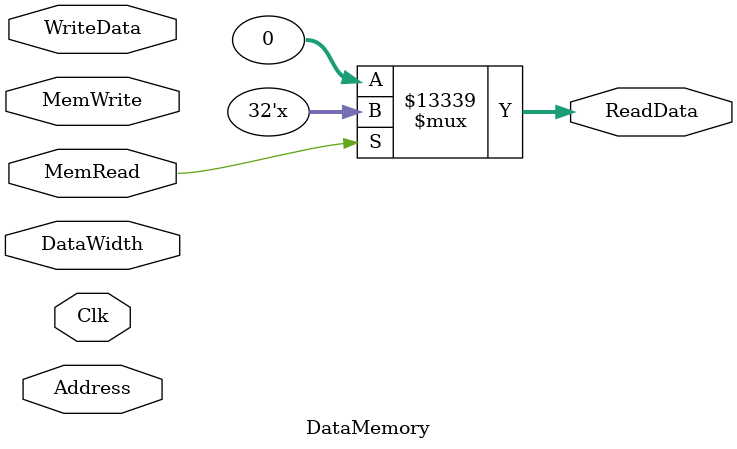
<source format=v>
`timescale 1ns / 1ps


module DataMemory(Address, WriteData, Clk, MemWrite, MemRead, ReadData, DataWidth); 

    input [1:0] DataWidth;
    input [31:0] Address; 	// Input Address 
    input [31:0] WriteData; // Data that needs to be written into the address 
    input Clk;
    input MemWrite; 		// Control signal for memory write 
    input MemRead; 			// Control signal for memory read 

    output reg [31:0] ReadData; // Contents of memory location at Address
    
    reg [31:0] word;
    reg [15:0] half;
    reg [7:0] byte;
    reg [31:0] memory [0:5001];
    reg [31:0] tempReg;
    
    //integer i = 0;
    initial begin
memory[0] <= 32'h40;
memory[1] <= 32'h40;
memory[2] <= 32'h4;
memory[3] <= 32'h4;
memory[4] <= 32'h0;
memory[5] <= 32'h0;
memory[6] <= 32'h0;
memory[7] <= 32'h0;
memory[8] <= 32'h0;
memory[9] <= 32'h0;
memory[10] <= 32'h0;
memory[11] <= 32'h0;
memory[12] <= 32'h0;
memory[13] <= 32'h0;
memory[14] <= 32'h0;
memory[15] <= 32'h0;
memory[16] <= 32'h0;
memory[17] <= 32'h0;
memory[18] <= 32'h0;
memory[19] <= 32'h0;
memory[20] <= 32'h0;
memory[21] <= 32'h0;
memory[22] <= 32'h0;
memory[23] <= 32'h0;
memory[24] <= 32'h0;
memory[25] <= 32'h0;
memory[26] <= 32'h0;
memory[27] <= 32'h0;
memory[28] <= 32'h0;
memory[29] <= 32'h0;
memory[30] <= 32'h0;
memory[31] <= 32'h0;
memory[32] <= 32'h0;
memory[33] <= 32'h0;
memory[34] <= 32'h0;
memory[35] <= 32'h1;
memory[36] <= 32'h1;
memory[37] <= 32'h1;
memory[38] <= 32'h1;
memory[39] <= 32'h0;
memory[40] <= 32'h0;
memory[41] <= 32'h0;
memory[42] <= 32'h0;
memory[43] <= 32'h0;
memory[44] <= 32'h0;
memory[45] <= 32'h0;
memory[46] <= 32'h0;
memory[47] <= 32'h0;
memory[48] <= 32'h0;
memory[49] <= 32'h0;
memory[50] <= 32'h0;
memory[51] <= 32'h0;
memory[52] <= 32'h0;
memory[53] <= 32'h0;
memory[54] <= 32'h0;
memory[55] <= 32'h0;
memory[56] <= 32'h0;
memory[57] <= 32'h0;
memory[58] <= 32'h0;
memory[59] <= 32'h0;
memory[60] <= 32'h0;
memory[61] <= 32'h0;
memory[62] <= 32'h0;
memory[63] <= 32'h0;
memory[64] <= 32'h0;
memory[65] <= 32'h0;
memory[66] <= 32'h0;
memory[67] <= 32'h0;
memory[68] <= 32'h0;
memory[69] <= 32'h0;
memory[70] <= 32'h0;
memory[71] <= 32'h0;
memory[72] <= 32'h0;
memory[73] <= 32'h0;
memory[74] <= 32'h0;
memory[75] <= 32'h0;
memory[76] <= 32'h0;
memory[77] <= 32'h0;
memory[78] <= 32'h0;
memory[79] <= 32'h0;
memory[80] <= 32'h0;
memory[81] <= 32'h0;
memory[82] <= 32'h0;
memory[83] <= 32'h0;
memory[84] <= 32'h0;
memory[85] <= 32'h0;
memory[86] <= 32'h0;
memory[87] <= 32'h0;
memory[88] <= 32'h0;
memory[89] <= 32'h0;
memory[90] <= 32'h0;
memory[91] <= 32'h0;
memory[92] <= 32'h0;
memory[93] <= 32'h0;
memory[94] <= 32'h0;
memory[95] <= 32'h0;
memory[96] <= 32'h0;
memory[97] <= 32'h0;
memory[98] <= 32'h0;
memory[99] <= 32'h1;
memory[100] <= 32'h1;
memory[101] <= 32'h1;
memory[102] <= 32'h1;
memory[103] <= 32'h0;
memory[104] <= 32'h0;
memory[105] <= 32'h0;
memory[106] <= 32'h0;
memory[107] <= 32'h0;
memory[108] <= 32'h0;
memory[109] <= 32'h0;
memory[110] <= 32'h0;
memory[111] <= 32'h0;
memory[112] <= 32'h0;
memory[113] <= 32'h0;
memory[114] <= 32'h0;
memory[115] <= 32'h0;
memory[116] <= 32'h0;
memory[117] <= 32'h0;
memory[118] <= 32'h0;
memory[119] <= 32'h0;
memory[120] <= 32'h0;
memory[121] <= 32'h0;
memory[122] <= 32'h0;
memory[123] <= 32'h0;
memory[124] <= 32'h0;
memory[125] <= 32'h0;
memory[126] <= 32'h0;
memory[127] <= 32'h0;
memory[128] <= 32'h0;
memory[129] <= 32'h0;
memory[130] <= 32'h0;
memory[131] <= 32'h0;
memory[132] <= 32'h0;
memory[133] <= 32'h0;
memory[134] <= 32'h0;
memory[135] <= 32'h0;
memory[136] <= 32'h0;
memory[137] <= 32'h0;
memory[138] <= 32'h0;
memory[139] <= 32'h0;
memory[140] <= 32'h0;
memory[141] <= 32'h0;
memory[142] <= 32'h0;
memory[143] <= 32'h0;
memory[144] <= 32'h0;
memory[145] <= 32'h0;
memory[146] <= 32'h0;
memory[147] <= 32'h0;
memory[148] <= 32'h0;
memory[149] <= 32'h0;
memory[150] <= 32'h0;
memory[151] <= 32'h0;
memory[152] <= 32'h0;
memory[153] <= 32'h0;
memory[154] <= 32'h0;
memory[155] <= 32'h0;
memory[156] <= 32'h0;
memory[157] <= 32'h0;
memory[158] <= 32'h0;
memory[159] <= 32'h0;
memory[160] <= 32'h0;
memory[161] <= 32'h0;
memory[162] <= 32'h0;
memory[163] <= 32'h1;
memory[164] <= 32'h1;
memory[165] <= 32'h1;
memory[166] <= 32'h1;
memory[167] <= 32'h0;
memory[168] <= 32'h0;
memory[169] <= 32'h0;
memory[170] <= 32'h0;
memory[171] <= 32'h0;
memory[172] <= 32'h0;
memory[173] <= 32'h0;
memory[174] <= 32'h0;
memory[175] <= 32'h0;
memory[176] <= 32'h0;
memory[177] <= 32'h0;
memory[178] <= 32'h0;
memory[179] <= 32'h0;
memory[180] <= 32'h0;
memory[181] <= 32'h0;
memory[182] <= 32'h0;
memory[183] <= 32'h0;
memory[184] <= 32'h0;
memory[185] <= 32'h0;
memory[186] <= 32'h0;
memory[187] <= 32'h0;
memory[188] <= 32'h0;
memory[189] <= 32'h0;
memory[190] <= 32'h0;
memory[191] <= 32'h0;
memory[192] <= 32'h0;
memory[193] <= 32'h0;
memory[194] <= 32'h0;
memory[195] <= 32'h0;
memory[196] <= 32'h0;
memory[197] <= 32'h0;
memory[198] <= 32'h0;
memory[199] <= 32'h0;
memory[200] <= 32'h0;
memory[201] <= 32'h0;
memory[202] <= 32'h0;
memory[203] <= 32'h0;
memory[204] <= 32'h0;
memory[205] <= 32'h0;
memory[206] <= 32'h0;
memory[207] <= 32'h0;
memory[208] <= 32'h0;
memory[209] <= 32'h0;
memory[210] <= 32'h0;
memory[211] <= 32'h0;
memory[212] <= 32'h0;
memory[213] <= 32'h0;
memory[214] <= 32'h0;
memory[215] <= 32'h0;
memory[216] <= 32'h0;
memory[217] <= 32'h0;
memory[218] <= 32'h0;
memory[219] <= 32'h0;
memory[220] <= 32'h0;
memory[221] <= 32'h0;
memory[222] <= 32'h0;
memory[223] <= 32'h0;
memory[224] <= 32'h1;
memory[225] <= 32'h1;
memory[226] <= 32'h1;
memory[227] <= 32'h1;
memory[228] <= 32'h1;
memory[229] <= 32'h1;
memory[230] <= 32'h1;
memory[231] <= 32'h0;
memory[232] <= 32'h0;
memory[233] <= 32'h0;
memory[234] <= 32'h0;
memory[235] <= 32'h0;
memory[236] <= 32'h0;
memory[237] <= 32'h0;
memory[238] <= 32'h0;
memory[239] <= 32'h0;
memory[240] <= 32'h0;
memory[241] <= 32'h0;
memory[242] <= 32'h0;
memory[243] <= 32'h0;
memory[244] <= 32'h0;
memory[245] <= 32'h0;
memory[246] <= 32'h0;
memory[247] <= 32'h0;
memory[248] <= 32'h0;
memory[249] <= 32'h0;
memory[250] <= 32'h0;
memory[251] <= 32'h0;
memory[252] <= 32'h0;
memory[253] <= 32'h0;
memory[254] <= 32'h0;
memory[255] <= 32'h0;
memory[256] <= 32'h0;
memory[257] <= 32'h0;
memory[258] <= 32'h0;
memory[259] <= 32'h0;
memory[260] <= 32'h0;
memory[261] <= 32'h0;
memory[262] <= 32'h0;
memory[263] <= 32'h0;
memory[264] <= 32'h0;
memory[265] <= 32'h0;
memory[266] <= 32'h0;
memory[267] <= 32'h0;
memory[268] <= 32'h0;
memory[269] <= 32'h0;
memory[270] <= 32'h0;
memory[271] <= 32'h0;
memory[272] <= 32'h0;
memory[273] <= 32'h0;
memory[274] <= 32'h0;
memory[275] <= 32'h0;
memory[276] <= 32'h0;
memory[277] <= 32'h0;
memory[278] <= 32'h0;
memory[279] <= 32'h0;
memory[280] <= 32'h0;
memory[281] <= 32'h0;
memory[282] <= 32'h0;
memory[283] <= 32'h0;
memory[284] <= 32'h0;
memory[285] <= 32'h0;
memory[286] <= 32'h0;
memory[287] <= 32'h0;
memory[288] <= 32'h1;
memory[289] <= 32'h1;
memory[290] <= 32'h1;
memory[291] <= 32'h1;
memory[292] <= 32'h0;
memory[293] <= 32'h0;
memory[294] <= 32'h0;
memory[295] <= 32'h0;
memory[296] <= 32'h0;
memory[297] <= 32'h0;
memory[298] <= 32'h0;
memory[299] <= 32'h0;
memory[300] <= 32'h0;
memory[301] <= 32'h0;
memory[302] <= 32'h0;
memory[303] <= 32'h0;
memory[304] <= 32'h0;
memory[305] <= 32'h0;
memory[306] <= 32'h0;
memory[307] <= 32'h0;
memory[308] <= 32'h0;
memory[309] <= 32'h0;
memory[310] <= 32'h0;
memory[311] <= 32'h0;
memory[312] <= 32'h0;
memory[313] <= 32'h0;
memory[314] <= 32'h0;
memory[315] <= 32'h0;
memory[316] <= 32'h0;
memory[317] <= 32'h0;
memory[318] <= 32'h0;
memory[319] <= 32'h0;
memory[320] <= 32'h0;
memory[321] <= 32'h0;
memory[322] <= 32'h0;
memory[323] <= 32'h0;
memory[324] <= 32'h0;
memory[325] <= 32'h0;
memory[326] <= 32'h0;
memory[327] <= 32'h0;
memory[328] <= 32'h0;
memory[329] <= 32'h0;
memory[330] <= 32'h0;
memory[331] <= 32'h0;
memory[332] <= 32'h0;
memory[333] <= 32'h0;
memory[334] <= 32'h0;
memory[335] <= 32'h0;
memory[336] <= 32'h0;
memory[337] <= 32'h0;
memory[338] <= 32'h0;
memory[339] <= 32'h0;
memory[340] <= 32'h0;
memory[341] <= 32'h0;
memory[342] <= 32'h0;
memory[343] <= 32'h0;
memory[344] <= 32'h0;
memory[345] <= 32'h0;
memory[346] <= 32'h0;
memory[347] <= 32'h0;
memory[348] <= 32'h0;
memory[349] <= 32'h0;
memory[350] <= 32'h0;
memory[351] <= 32'h0;
memory[352] <= 32'h1;
memory[353] <= 32'h1;
memory[354] <= 32'h1;
memory[355] <= 32'h1;
memory[356] <= 32'h0;
memory[357] <= 32'h0;
memory[358] <= 32'h0;
memory[359] <= 32'h0;
memory[360] <= 32'h0;
memory[361] <= 32'h0;
memory[362] <= 32'h0;
memory[363] <= 32'h0;
memory[364] <= 32'h0;
memory[365] <= 32'h0;
memory[366] <= 32'h0;
memory[367] <= 32'h0;
memory[368] <= 32'h0;
memory[369] <= 32'h0;
memory[370] <= 32'h0;
memory[371] <= 32'h0;
memory[372] <= 32'h0;
memory[373] <= 32'h0;
memory[374] <= 32'h0;
memory[375] <= 32'h0;
memory[376] <= 32'h0;
memory[377] <= 32'h0;
memory[378] <= 32'h0;
memory[379] <= 32'h0;
memory[380] <= 32'h0;
memory[381] <= 32'h0;
memory[382] <= 32'h0;
memory[383] <= 32'h0;
memory[384] <= 32'h0;
memory[385] <= 32'h0;
memory[386] <= 32'h0;
memory[387] <= 32'h0;
memory[388] <= 32'h0;
memory[389] <= 32'h0;
memory[390] <= 32'h0;
memory[391] <= 32'h0;
memory[392] <= 32'h0;
memory[393] <= 32'h0;
memory[394] <= 32'h0;
memory[395] <= 32'h0;
memory[396] <= 32'h0;
memory[397] <= 32'h0;
memory[398] <= 32'h0;
memory[399] <= 32'h0;
memory[400] <= 32'h0;
memory[401] <= 32'h0;
memory[402] <= 32'h0;
memory[403] <= 32'h0;
memory[404] <= 32'h0;
memory[405] <= 32'h0;
memory[406] <= 32'h0;
memory[407] <= 32'h0;
memory[408] <= 32'h0;
memory[409] <= 32'h0;
memory[410] <= 32'h0;
memory[411] <= 32'h0;
memory[412] <= 32'h0;
memory[413] <= 32'h0;
memory[414] <= 32'h0;
memory[415] <= 32'h0;
memory[416] <= 32'h1;
memory[417] <= 32'h1;
memory[418] <= 32'h1;
memory[419] <= 32'h1;
memory[420] <= 32'h0;
memory[421] <= 32'h0;
memory[422] <= 32'h0;
memory[423] <= 32'h0;
memory[424] <= 32'h0;
memory[425] <= 32'h0;
memory[426] <= 32'h0;
memory[427] <= 32'h0;
memory[428] <= 32'h0;
memory[429] <= 32'h0;
memory[430] <= 32'h0;
memory[431] <= 32'h0;
memory[432] <= 32'h0;
memory[433] <= 32'h0;
memory[434] <= 32'h0;
memory[435] <= 32'h0;
memory[436] <= 32'h0;
memory[437] <= 32'h0;
memory[438] <= 32'h0;
memory[439] <= 32'h0;
memory[440] <= 32'h0;
memory[441] <= 32'h0;
memory[442] <= 32'h0;
memory[443] <= 32'h0;
memory[444] <= 32'h0;
memory[445] <= 32'h0;
memory[446] <= 32'h0;
memory[447] <= 32'h0;
memory[448] <= 32'h0;
memory[449] <= 32'h0;
memory[450] <= 32'h0;
memory[451] <= 32'h0;
memory[452] <= 32'h0;
memory[453] <= 32'h0;
memory[454] <= 32'h0;
memory[455] <= 32'h0;
memory[456] <= 32'h0;
memory[457] <= 32'h0;
memory[458] <= 32'h0;
memory[459] <= 32'h0;
memory[460] <= 32'h0;
memory[461] <= 32'h0;
memory[462] <= 32'h0;
memory[463] <= 32'h0;
memory[464] <= 32'h0;
memory[465] <= 32'h0;
memory[466] <= 32'h0;
memory[467] <= 32'h0;
memory[468] <= 32'h0;
memory[469] <= 32'h0;
memory[470] <= 32'h0;
memory[471] <= 32'h0;
memory[472] <= 32'h0;
memory[473] <= 32'h0;
memory[474] <= 32'h0;
memory[475] <= 32'h0;
memory[476] <= 32'h0;
memory[477] <= 32'h0;
memory[478] <= 32'h0;
memory[479] <= 32'h0;
memory[480] <= 32'h0;
memory[481] <= 32'h0;
memory[482] <= 32'h0;
memory[483] <= 32'h0;
memory[484] <= 32'h0;
memory[485] <= 32'h0;
memory[486] <= 32'h0;
memory[487] <= 32'h0;
memory[488] <= 32'h0;
memory[489] <= 32'h0;
memory[490] <= 32'h0;
memory[491] <= 32'h0;
memory[492] <= 32'h0;
memory[493] <= 32'h0;
memory[494] <= 32'h0;
memory[495] <= 32'h0;
memory[496] <= 32'h0;
memory[497] <= 32'h0;
memory[498] <= 32'h0;
memory[499] <= 32'h0;
memory[500] <= 32'h0;
memory[501] <= 32'h0;
memory[502] <= 32'h0;
memory[503] <= 32'h0;
memory[504] <= 32'h0;
memory[505] <= 32'h0;
memory[506] <= 32'h0;
memory[507] <= 32'h0;
memory[508] <= 32'h0;
memory[509] <= 32'h0;
memory[510] <= 32'h0;
memory[511] <= 32'h0;
memory[512] <= 32'h0;
memory[513] <= 32'h0;
memory[514] <= 32'h0;
memory[515] <= 32'h0;
memory[516] <= 32'h0;
memory[517] <= 32'h0;
memory[518] <= 32'h0;
memory[519] <= 32'h0;
memory[520] <= 32'h0;
memory[521] <= 32'h0;
memory[522] <= 32'h0;
memory[523] <= 32'h0;
memory[524] <= 32'h0;
memory[525] <= 32'h0;
memory[526] <= 32'h0;
memory[527] <= 32'h0;
memory[528] <= 32'h0;
memory[529] <= 32'h0;
memory[530] <= 32'h0;
memory[531] <= 32'h0;
memory[532] <= 32'h0;
memory[533] <= 32'h0;
memory[534] <= 32'h0;
memory[535] <= 32'h0;
memory[536] <= 32'h0;
memory[537] <= 32'h0;
memory[538] <= 32'h0;
memory[539] <= 32'h0;
memory[540] <= 32'h0;
memory[541] <= 32'h0;
memory[542] <= 32'h0;
memory[543] <= 32'h0;
memory[544] <= 32'h0;
memory[545] <= 32'h0;
memory[546] <= 32'h0;
memory[547] <= 32'h0;
memory[548] <= 32'h0;
memory[549] <= 32'h0;
memory[550] <= 32'h0;
memory[551] <= 32'h0;
memory[552] <= 32'h0;
memory[553] <= 32'h0;
memory[554] <= 32'h0;
memory[555] <= 32'h0;
memory[556] <= 32'h0;
memory[557] <= 32'h0;
memory[558] <= 32'h0;
memory[559] <= 32'h0;
memory[560] <= 32'h0;
memory[561] <= 32'h0;
memory[562] <= 32'h0;
memory[563] <= 32'h0;
memory[564] <= 32'h0;
memory[565] <= 32'h0;
memory[566] <= 32'h0;
memory[567] <= 32'h0;
memory[568] <= 32'h0;
memory[569] <= 32'h0;
memory[570] <= 32'h0;
memory[571] <= 32'h0;
memory[572] <= 32'h0;
memory[573] <= 32'h0;
memory[574] <= 32'h0;
memory[575] <= 32'h0;
memory[576] <= 32'h0;
memory[577] <= 32'h0;
memory[578] <= 32'h0;
memory[579] <= 32'h0;
memory[580] <= 32'h0;
memory[581] <= 32'h0;
memory[582] <= 32'h0;
memory[583] <= 32'h0;
memory[584] <= 32'h0;
memory[585] <= 32'h0;
memory[586] <= 32'h0;
memory[587] <= 32'h0;
memory[588] <= 32'h0;
memory[589] <= 32'h0;
memory[590] <= 32'h0;
memory[591] <= 32'h0;
memory[592] <= 32'h0;
memory[593] <= 32'h0;
memory[594] <= 32'h0;
memory[595] <= 32'h0;
memory[596] <= 32'h0;
memory[597] <= 32'h0;
memory[598] <= 32'h0;
memory[599] <= 32'h0;
memory[600] <= 32'h0;
memory[601] <= 32'h0;
memory[602] <= 32'h0;
memory[603] <= 32'h0;
memory[604] <= 32'h0;
memory[605] <= 32'h0;
memory[606] <= 32'h0;
memory[607] <= 32'h0;
memory[608] <= 32'h0;
memory[609] <= 32'h0;
memory[610] <= 32'h0;
memory[611] <= 32'h0;
memory[612] <= 32'h0;
memory[613] <= 32'h0;
memory[614] <= 32'h0;
memory[615] <= 32'h0;
memory[616] <= 32'h0;
memory[617] <= 32'h0;
memory[618] <= 32'h0;
memory[619] <= 32'h0;
memory[620] <= 32'h0;
memory[621] <= 32'h0;
memory[622] <= 32'h0;
memory[623] <= 32'h0;
memory[624] <= 32'h0;
memory[625] <= 32'h0;
memory[626] <= 32'h0;
memory[627] <= 32'h0;
memory[628] <= 32'h0;
memory[629] <= 32'h0;
memory[630] <= 32'h0;
memory[631] <= 32'h0;
memory[632] <= 32'h0;
memory[633] <= 32'h0;
memory[634] <= 32'h0;
memory[635] <= 32'h0;
memory[636] <= 32'h0;
memory[637] <= 32'h0;
memory[638] <= 32'h0;
memory[639] <= 32'h0;
memory[640] <= 32'h0;
memory[641] <= 32'h0;
memory[642] <= 32'h0;
memory[643] <= 32'h0;
memory[644] <= 32'h0;
memory[645] <= 32'h0;
memory[646] <= 32'h0;
memory[647] <= 32'h0;
memory[648] <= 32'h0;
memory[649] <= 32'h0;
memory[650] <= 32'h0;
memory[651] <= 32'h0;
memory[652] <= 32'h0;
memory[653] <= 32'h0;
memory[654] <= 32'h0;
memory[655] <= 32'h0;
memory[656] <= 32'h0;
memory[657] <= 32'h0;
memory[658] <= 32'h0;
memory[659] <= 32'h0;
memory[660] <= 32'h0;
memory[661] <= 32'h0;
memory[662] <= 32'h0;
memory[663] <= 32'h0;
memory[664] <= 32'h0;
memory[665] <= 32'h0;
memory[666] <= 32'h0;
memory[667] <= 32'h0;
memory[668] <= 32'h0;
memory[669] <= 32'h0;
memory[670] <= 32'h0;
memory[671] <= 32'h0;
memory[672] <= 32'h0;
memory[673] <= 32'h0;
memory[674] <= 32'h0;
memory[675] <= 32'h0;
memory[676] <= 32'h0;
memory[677] <= 32'h0;
memory[678] <= 32'h0;
memory[679] <= 32'h0;
memory[680] <= 32'h0;
memory[681] <= 32'h0;
memory[682] <= 32'h0;
memory[683] <= 32'h0;
memory[684] <= 32'h0;
memory[685] <= 32'h0;
memory[686] <= 32'h0;
memory[687] <= 32'h0;
memory[688] <= 32'h0;
memory[689] <= 32'h0;
memory[690] <= 32'h0;
memory[691] <= 32'h0;
memory[692] <= 32'h0;
memory[693] <= 32'h0;
memory[694] <= 32'h0;
memory[695] <= 32'h0;
memory[696] <= 32'h0;
memory[697] <= 32'h0;
memory[698] <= 32'h0;
memory[699] <= 32'h0;
memory[700] <= 32'h0;
memory[701] <= 32'h0;
memory[702] <= 32'h0;
memory[703] <= 32'h0;
memory[704] <= 32'h0;
memory[705] <= 32'h0;
memory[706] <= 32'h0;
memory[707] <= 32'h0;
memory[708] <= 32'h0;
memory[709] <= 32'h0;
memory[710] <= 32'h0;
memory[711] <= 32'h0;
memory[712] <= 32'h0;
memory[713] <= 32'h0;
memory[714] <= 32'h0;
memory[715] <= 32'h0;
memory[716] <= 32'h0;
memory[717] <= 32'h0;
memory[718] <= 32'h0;
memory[719] <= 32'h0;
memory[720] <= 32'h0;
memory[721] <= 32'h0;
memory[722] <= 32'h0;
memory[723] <= 32'h0;
memory[724] <= 32'h0;
memory[725] <= 32'h0;
memory[726] <= 32'h0;
memory[727] <= 32'h0;
memory[728] <= 32'h0;
memory[729] <= 32'h0;
memory[730] <= 32'h0;
memory[731] <= 32'h0;
memory[732] <= 32'h0;
memory[733] <= 32'h0;
memory[734] <= 32'h0;
memory[735] <= 32'h0;
memory[736] <= 32'h0;
memory[737] <= 32'h0;
memory[738] <= 32'h0;
memory[739] <= 32'h0;
memory[740] <= 32'h0;
memory[741] <= 32'h0;
memory[742] <= 32'h0;
memory[743] <= 32'h0;
memory[744] <= 32'h0;
memory[745] <= 32'h0;
memory[746] <= 32'h0;
memory[747] <= 32'h0;
memory[748] <= 32'h0;
memory[749] <= 32'h0;
memory[750] <= 32'h0;
memory[751] <= 32'h0;
memory[752] <= 32'h0;
memory[753] <= 32'h0;
memory[754] <= 32'h0;
memory[755] <= 32'h0;
memory[756] <= 32'h0;
memory[757] <= 32'h0;
memory[758] <= 32'h0;
memory[759] <= 32'h0;
memory[760] <= 32'h0;
memory[761] <= 32'h0;
memory[762] <= 32'h0;
memory[763] <= 32'h0;
memory[764] <= 32'h0;
memory[765] <= 32'h0;
memory[766] <= 32'h0;
memory[767] <= 32'h0;
memory[768] <= 32'h0;
memory[769] <= 32'h0;
memory[770] <= 32'h0;
memory[771] <= 32'h0;
memory[772] <= 32'h0;
memory[773] <= 32'h0;
memory[774] <= 32'h0;
memory[775] <= 32'h0;
memory[776] <= 32'h0;
memory[777] <= 32'h0;
memory[778] <= 32'h0;
memory[779] <= 32'h0;
memory[780] <= 32'h0;
memory[781] <= 32'h0;
memory[782] <= 32'h0;
memory[783] <= 32'h0;
memory[784] <= 32'h0;
memory[785] <= 32'h0;
memory[786] <= 32'h0;
memory[787] <= 32'h0;
memory[788] <= 32'h0;
memory[789] <= 32'h0;
memory[790] <= 32'h0;
memory[791] <= 32'h0;
memory[792] <= 32'h0;
memory[793] <= 32'h0;
memory[794] <= 32'h0;
memory[795] <= 32'h0;
memory[796] <= 32'h0;
memory[797] <= 32'h0;
memory[798] <= 32'h0;
memory[799] <= 32'h0;
memory[800] <= 32'h0;
memory[801] <= 32'h0;
memory[802] <= 32'h0;
memory[803] <= 32'h0;
memory[804] <= 32'h0;
memory[805] <= 32'h0;
memory[806] <= 32'h0;
memory[807] <= 32'h0;
memory[808] <= 32'h0;
memory[809] <= 32'h0;
memory[810] <= 32'h0;
memory[811] <= 32'h0;
memory[812] <= 32'h0;
memory[813] <= 32'h0;
memory[814] <= 32'h0;
memory[815] <= 32'h0;
memory[816] <= 32'h0;
memory[817] <= 32'h0;
memory[818] <= 32'h0;
memory[819] <= 32'h0;
memory[820] <= 32'h0;
memory[821] <= 32'h0;
memory[822] <= 32'h0;
memory[823] <= 32'h0;
memory[824] <= 32'h0;
memory[825] <= 32'h0;
memory[826] <= 32'h0;
memory[827] <= 32'h0;
memory[828] <= 32'h0;
memory[829] <= 32'h0;
memory[830] <= 32'h0;
memory[831] <= 32'h0;
memory[832] <= 32'h0;
memory[833] <= 32'h0;
memory[834] <= 32'h0;
memory[835] <= 32'h0;
memory[836] <= 32'h0;
memory[837] <= 32'h0;
memory[838] <= 32'h0;
memory[839] <= 32'h0;
memory[840] <= 32'h0;
memory[841] <= 32'h0;
memory[842] <= 32'h0;
memory[843] <= 32'h0;
memory[844] <= 32'h0;
memory[845] <= 32'h0;
memory[846] <= 32'h0;
memory[847] <= 32'h0;
memory[848] <= 32'h0;
memory[849] <= 32'h0;
memory[850] <= 32'h0;
memory[851] <= 32'h0;
memory[852] <= 32'h0;
memory[853] <= 32'h0;
memory[854] <= 32'h0;
memory[855] <= 32'h0;
memory[856] <= 32'h0;
memory[857] <= 32'h0;
memory[858] <= 32'h0;
memory[859] <= 32'h0;
memory[860] <= 32'h0;
memory[861] <= 32'h0;
memory[862] <= 32'h0;
memory[863] <= 32'h0;
memory[864] <= 32'h0;
memory[865] <= 32'h0;
memory[866] <= 32'h0;
memory[867] <= 32'h0;
memory[868] <= 32'h0;
memory[869] <= 32'h0;
memory[870] <= 32'h0;
memory[871] <= 32'h0;
memory[872] <= 32'h0;
memory[873] <= 32'h0;
memory[874] <= 32'h0;
memory[875] <= 32'h0;
memory[876] <= 32'h0;
memory[877] <= 32'h0;
memory[878] <= 32'h0;
memory[879] <= 32'h0;
memory[880] <= 32'h0;
memory[881] <= 32'h0;
memory[882] <= 32'h0;
memory[883] <= 32'h0;
memory[884] <= 32'h0;
memory[885] <= 32'h0;
memory[886] <= 32'h0;
memory[887] <= 32'h0;
memory[888] <= 32'h0;
memory[889] <= 32'h0;
memory[890] <= 32'h0;
memory[891] <= 32'h0;
memory[892] <= 32'h0;
memory[893] <= 32'h0;
memory[894] <= 32'h0;
memory[895] <= 32'h0;
memory[896] <= 32'h0;
memory[897] <= 32'h0;
memory[898] <= 32'h0;
memory[899] <= 32'h0;
memory[900] <= 32'h0;
memory[901] <= 32'h0;
memory[902] <= 32'h0;
memory[903] <= 32'h0;
memory[904] <= 32'h0;
memory[905] <= 32'h0;
memory[906] <= 32'h0;
memory[907] <= 32'h0;
memory[908] <= 32'h0;
memory[909] <= 32'h0;
memory[910] <= 32'h0;
memory[911] <= 32'h0;
memory[912] <= 32'h0;
memory[913] <= 32'h0;
memory[914] <= 32'h0;
memory[915] <= 32'h0;
memory[916] <= 32'h0;
memory[917] <= 32'h0;
memory[918] <= 32'h0;
memory[919] <= 32'h0;
memory[920] <= 32'h0;
memory[921] <= 32'h0;
memory[922] <= 32'h0;
memory[923] <= 32'h0;
memory[924] <= 32'h0;
memory[925] <= 32'h0;
memory[926] <= 32'h0;
memory[927] <= 32'h0;
memory[928] <= 32'h0;
memory[929] <= 32'h0;
memory[930] <= 32'h0;
memory[931] <= 32'h0;
memory[932] <= 32'h0;
memory[933] <= 32'h0;
memory[934] <= 32'h0;
memory[935] <= 32'h0;
memory[936] <= 32'h0;
memory[937] <= 32'h0;
memory[938] <= 32'h0;
memory[939] <= 32'h0;
memory[940] <= 32'h0;
memory[941] <= 32'h0;
memory[942] <= 32'h0;
memory[943] <= 32'h0;
memory[944] <= 32'h0;
memory[945] <= 32'h0;
memory[946] <= 32'h0;
memory[947] <= 32'h0;
memory[948] <= 32'h0;
memory[949] <= 32'h0;
memory[950] <= 32'h0;
memory[951] <= 32'h0;
memory[952] <= 32'h0;
memory[953] <= 32'h0;
memory[954] <= 32'h0;
memory[955] <= 32'h0;
memory[956] <= 32'h0;
memory[957] <= 32'h0;
memory[958] <= 32'h0;
memory[959] <= 32'h0;
memory[960] <= 32'h0;
memory[961] <= 32'h0;
memory[962] <= 32'h0;
memory[963] <= 32'h0;
memory[964] <= 32'h0;
memory[965] <= 32'h0;
memory[966] <= 32'h0;
memory[967] <= 32'h0;
memory[968] <= 32'h0;
memory[969] <= 32'h0;
memory[970] <= 32'h0;
memory[971] <= 32'h0;
memory[972] <= 32'h0;
memory[973] <= 32'h0;
memory[974] <= 32'h0;
memory[975] <= 32'h0;
memory[976] <= 32'h0;
memory[977] <= 32'h0;
memory[978] <= 32'h0;
memory[979] <= 32'h0;
memory[980] <= 32'h0;
memory[981] <= 32'h0;
memory[982] <= 32'h0;
memory[983] <= 32'h0;
memory[984] <= 32'h0;
memory[985] <= 32'h0;
memory[986] <= 32'h0;
memory[987] <= 32'h0;
memory[988] <= 32'h0;
memory[989] <= 32'h0;
memory[990] <= 32'h0;
memory[991] <= 32'h0;
memory[992] <= 32'h0;
memory[993] <= 32'h0;
memory[994] <= 32'h0;
memory[995] <= 32'h0;
memory[996] <= 32'h0;
memory[997] <= 32'h0;
memory[998] <= 32'h0;
memory[999] <= 32'h0;
memory[1000] <= 32'h0;
memory[1001] <= 32'h0;
memory[1002] <= 32'h0;
memory[1003] <= 32'h0;
memory[1004] <= 32'h0;
memory[1005] <= 32'h0;
memory[1006] <= 32'h0;
memory[1007] <= 32'h0;
memory[1008] <= 32'h0;
memory[1009] <= 32'h0;
memory[1010] <= 32'h0;
memory[1011] <= 32'h0;
memory[1012] <= 32'h0;
memory[1013] <= 32'h0;
memory[1014] <= 32'h0;
memory[1015] <= 32'h0;
memory[1016] <= 32'h0;
memory[1017] <= 32'h0;
memory[1018] <= 32'h0;
memory[1019] <= 32'h0;
memory[1020] <= 32'h0;
memory[1021] <= 32'h0;
memory[1022] <= 32'h0;
memory[1023] <= 32'h0;
memory[1024] <= 32'h0;
memory[1025] <= 32'h0;
memory[1026] <= 32'h0;
memory[1027] <= 32'h0;
memory[1028] <= 32'h0;
memory[1029] <= 32'h0;
memory[1030] <= 32'h0;
memory[1031] <= 32'h0;
memory[1032] <= 32'h0;
memory[1033] <= 32'h0;
memory[1034] <= 32'h0;
memory[1035] <= 32'h0;
memory[1036] <= 32'h0;
memory[1037] <= 32'h0;
memory[1038] <= 32'h0;
memory[1039] <= 32'h0;
memory[1040] <= 32'h0;
memory[1041] <= 32'h0;
memory[1042] <= 32'h0;
memory[1043] <= 32'h0;
memory[1044] <= 32'h0;
memory[1045] <= 32'h0;
memory[1046] <= 32'h0;
memory[1047] <= 32'h0;
memory[1048] <= 32'h0;
memory[1049] <= 32'h0;
memory[1050] <= 32'h0;
memory[1051] <= 32'h0;
memory[1052] <= 32'h0;
memory[1053] <= 32'h0;
memory[1054] <= 32'h0;
memory[1055] <= 32'h0;
memory[1056] <= 32'h0;
memory[1057] <= 32'h0;
memory[1058] <= 32'h0;
memory[1059] <= 32'h0;
memory[1060] <= 32'h0;
memory[1061] <= 32'h0;
memory[1062] <= 32'h0;
memory[1063] <= 32'h0;
memory[1064] <= 32'h0;
memory[1065] <= 32'h0;
memory[1066] <= 32'h0;
memory[1067] <= 32'h0;
memory[1068] <= 32'h0;
memory[1069] <= 32'h0;
memory[1070] <= 32'h0;
memory[1071] <= 32'h0;
memory[1072] <= 32'h0;
memory[1073] <= 32'h0;
memory[1074] <= 32'h0;
memory[1075] <= 32'h0;
memory[1076] <= 32'h0;
memory[1077] <= 32'h0;
memory[1078] <= 32'h0;
memory[1079] <= 32'h0;
memory[1080] <= 32'h0;
memory[1081] <= 32'h0;
memory[1082] <= 32'h0;
memory[1083] <= 32'h0;
memory[1084] <= 32'h0;
memory[1085] <= 32'h0;
memory[1086] <= 32'h0;
memory[1087] <= 32'h0;
memory[1088] <= 32'h0;
memory[1089] <= 32'h0;
memory[1090] <= 32'h0;
memory[1091] <= 32'h0;
memory[1092] <= 32'h0;
memory[1093] <= 32'h0;
memory[1094] <= 32'h0;
memory[1095] <= 32'h0;
memory[1096] <= 32'h0;
memory[1097] <= 32'h0;
memory[1098] <= 32'h0;
memory[1099] <= 32'h0;
memory[1100] <= 32'h0;
memory[1101] <= 32'h0;
memory[1102] <= 32'h0;
memory[1103] <= 32'h0;
memory[1104] <= 32'h0;
memory[1105] <= 32'h0;
memory[1106] <= 32'h0;
memory[1107] <= 32'h0;
memory[1108] <= 32'h0;
memory[1109] <= 32'h0;
memory[1110] <= 32'h0;
memory[1111] <= 32'h0;
memory[1112] <= 32'h0;
memory[1113] <= 32'h0;
memory[1114] <= 32'h0;
memory[1115] <= 32'h0;
memory[1116] <= 32'h0;
memory[1117] <= 32'h0;
memory[1118] <= 32'h0;
memory[1119] <= 32'h0;
memory[1120] <= 32'h0;
memory[1121] <= 32'h0;
memory[1122] <= 32'h0;
memory[1123] <= 32'h0;
memory[1124] <= 32'h0;
memory[1125] <= 32'h0;
memory[1126] <= 32'h0;
memory[1127] <= 32'h0;
memory[1128] <= 32'h0;
memory[1129] <= 32'h0;
memory[1130] <= 32'h0;
memory[1131] <= 32'h0;
memory[1132] <= 32'h0;
memory[1133] <= 32'h0;
memory[1134] <= 32'h0;
memory[1135] <= 32'h0;
memory[1136] <= 32'h0;
memory[1137] <= 32'h0;
memory[1138] <= 32'h0;
memory[1139] <= 32'h0;
memory[1140] <= 32'h0;
memory[1141] <= 32'h0;
memory[1142] <= 32'h0;
memory[1143] <= 32'h0;
memory[1144] <= 32'h0;
memory[1145] <= 32'h0;
memory[1146] <= 32'h0;
memory[1147] <= 32'h0;
memory[1148] <= 32'h0;
memory[1149] <= 32'h0;
memory[1150] <= 32'h0;
memory[1151] <= 32'h0;
memory[1152] <= 32'h0;
memory[1153] <= 32'h0;
memory[1154] <= 32'h0;
memory[1155] <= 32'h0;
memory[1156] <= 32'h0;
memory[1157] <= 32'h0;
memory[1158] <= 32'h0;
memory[1159] <= 32'h0;
memory[1160] <= 32'h0;
memory[1161] <= 32'h0;
memory[1162] <= 32'h0;
memory[1163] <= 32'h0;
memory[1164] <= 32'h0;
memory[1165] <= 32'h0;
memory[1166] <= 32'h0;
memory[1167] <= 32'h0;
memory[1168] <= 32'h0;
memory[1169] <= 32'h0;
memory[1170] <= 32'h0;
memory[1171] <= 32'h0;
memory[1172] <= 32'h0;
memory[1173] <= 32'h0;
memory[1174] <= 32'h0;
memory[1175] <= 32'h0;
memory[1176] <= 32'h0;
memory[1177] <= 32'h0;
memory[1178] <= 32'h0;
memory[1179] <= 32'h0;
memory[1180] <= 32'h0;
memory[1181] <= 32'h0;
memory[1182] <= 32'h0;
memory[1183] <= 32'h0;
memory[1184] <= 32'h0;
memory[1185] <= 32'h0;
memory[1186] <= 32'h0;
memory[1187] <= 32'h0;
memory[1188] <= 32'h0;
memory[1189] <= 32'h0;
memory[1190] <= 32'h0;
memory[1191] <= 32'h0;
memory[1192] <= 32'h0;
memory[1193] <= 32'h0;
memory[1194] <= 32'h0;
memory[1195] <= 32'h0;
memory[1196] <= 32'h0;
memory[1197] <= 32'h0;
memory[1198] <= 32'h0;
memory[1199] <= 32'h0;
memory[1200] <= 32'h0;
memory[1201] <= 32'h0;
memory[1202] <= 32'h0;
memory[1203] <= 32'h0;
memory[1204] <= 32'h0;
memory[1205] <= 32'h0;
memory[1206] <= 32'h0;
memory[1207] <= 32'h0;
memory[1208] <= 32'h0;
memory[1209] <= 32'h0;
memory[1210] <= 32'h0;
memory[1211] <= 32'h0;
memory[1212] <= 32'h0;
memory[1213] <= 32'h0;
memory[1214] <= 32'h0;
memory[1215] <= 32'h0;
memory[1216] <= 32'h0;
memory[1217] <= 32'h0;
memory[1218] <= 32'h0;
memory[1219] <= 32'h0;
memory[1220] <= 32'h0;
memory[1221] <= 32'h0;
memory[1222] <= 32'h0;
memory[1223] <= 32'h0;
memory[1224] <= 32'h0;
memory[1225] <= 32'h0;
memory[1226] <= 32'h0;
memory[1227] <= 32'h0;
memory[1228] <= 32'h0;
memory[1229] <= 32'h0;
memory[1230] <= 32'h0;
memory[1231] <= 32'h0;
memory[1232] <= 32'h0;
memory[1233] <= 32'h0;
memory[1234] <= 32'h0;
memory[1235] <= 32'h0;
memory[1236] <= 32'h0;
memory[1237] <= 32'h0;
memory[1238] <= 32'h0;
memory[1239] <= 32'h0;
memory[1240] <= 32'h0;
memory[1241] <= 32'h0;
memory[1242] <= 32'h0;
memory[1243] <= 32'h0;
memory[1244] <= 32'h0;
memory[1245] <= 32'h0;
memory[1246] <= 32'h0;
memory[1247] <= 32'h0;
memory[1248] <= 32'h0;
memory[1249] <= 32'h0;
memory[1250] <= 32'h0;
memory[1251] <= 32'h0;
memory[1252] <= 32'h0;
memory[1253] <= 32'h0;
memory[1254] <= 32'h0;
memory[1255] <= 32'h0;
memory[1256] <= 32'h0;
memory[1257] <= 32'h0;
memory[1258] <= 32'h0;
memory[1259] <= 32'h0;
memory[1260] <= 32'h0;
memory[1261] <= 32'h0;
memory[1262] <= 32'h0;
memory[1263] <= 32'h0;
memory[1264] <= 32'h0;
memory[1265] <= 32'h0;
memory[1266] <= 32'h0;
memory[1267] <= 32'h0;
memory[1268] <= 32'h0;
memory[1269] <= 32'h0;
memory[1270] <= 32'h0;
memory[1271] <= 32'h0;
memory[1272] <= 32'h0;
memory[1273] <= 32'h0;
memory[1274] <= 32'h0;
memory[1275] <= 32'h0;
memory[1276] <= 32'h0;
memory[1277] <= 32'h0;
memory[1278] <= 32'h0;
memory[1279] <= 32'h0;
memory[1280] <= 32'h0;
memory[1281] <= 32'h0;
memory[1282] <= 32'h0;
memory[1283] <= 32'h0;
memory[1284] <= 32'h0;
memory[1285] <= 32'h0;
memory[1286] <= 32'h0;
memory[1287] <= 32'h0;
memory[1288] <= 32'h0;
memory[1289] <= 32'h0;
memory[1290] <= 32'h0;
memory[1291] <= 32'h0;
memory[1292] <= 32'h0;
memory[1293] <= 32'h0;
memory[1294] <= 32'h0;
memory[1295] <= 32'h0;
memory[1296] <= 32'h0;
memory[1297] <= 32'h0;
memory[1298] <= 32'h0;
memory[1299] <= 32'h0;
memory[1300] <= 32'h0;
memory[1301] <= 32'h0;
memory[1302] <= 32'h0;
memory[1303] <= 32'h0;
memory[1304] <= 32'h0;
memory[1305] <= 32'h0;
memory[1306] <= 32'h0;
memory[1307] <= 32'h0;
memory[1308] <= 32'h0;
memory[1309] <= 32'h0;
memory[1310] <= 32'h0;
memory[1311] <= 32'h0;
memory[1312] <= 32'h0;
memory[1313] <= 32'h0;
memory[1314] <= 32'h0;
memory[1315] <= 32'h0;
memory[1316] <= 32'h0;
memory[1317] <= 32'h0;
memory[1318] <= 32'h0;
memory[1319] <= 32'h0;
memory[1320] <= 32'h0;
memory[1321] <= 32'h0;
memory[1322] <= 32'h0;
memory[1323] <= 32'h0;
memory[1324] <= 32'h0;
memory[1325] <= 32'h0;
memory[1326] <= 32'h0;
memory[1327] <= 32'h0;
memory[1328] <= 32'h0;
memory[1329] <= 32'h0;
memory[1330] <= 32'h0;
memory[1331] <= 32'h0;
memory[1332] <= 32'h0;
memory[1333] <= 32'h0;
memory[1334] <= 32'h0;
memory[1335] <= 32'h0;
memory[1336] <= 32'h0;
memory[1337] <= 32'h0;
memory[1338] <= 32'h0;
memory[1339] <= 32'h0;
memory[1340] <= 32'h0;
memory[1341] <= 32'h0;
memory[1342] <= 32'h0;
memory[1343] <= 32'h0;
memory[1344] <= 32'h0;
memory[1345] <= 32'h0;
memory[1346] <= 32'h0;
memory[1347] <= 32'h0;
memory[1348] <= 32'h0;
memory[1349] <= 32'h0;
memory[1350] <= 32'h0;
memory[1351] <= 32'h0;
memory[1352] <= 32'h0;
memory[1353] <= 32'h0;
memory[1354] <= 32'h0;
memory[1355] <= 32'h0;
memory[1356] <= 32'h0;
memory[1357] <= 32'h0;
memory[1358] <= 32'h0;
memory[1359] <= 32'h0;
memory[1360] <= 32'h0;
memory[1361] <= 32'h0;
memory[1362] <= 32'h0;
memory[1363] <= 32'h0;
memory[1364] <= 32'h0;
memory[1365] <= 32'h0;
memory[1366] <= 32'h0;
memory[1367] <= 32'h0;
memory[1368] <= 32'h0;
memory[1369] <= 32'h0;
memory[1370] <= 32'h0;
memory[1371] <= 32'h0;
memory[1372] <= 32'h0;
memory[1373] <= 32'h0;
memory[1374] <= 32'h0;
memory[1375] <= 32'h0;
memory[1376] <= 32'h0;
memory[1377] <= 32'h0;
memory[1378] <= 32'h0;
memory[1379] <= 32'h0;
memory[1380] <= 32'h0;
memory[1381] <= 32'h0;
memory[1382] <= 32'h0;
memory[1383] <= 32'h0;
memory[1384] <= 32'h0;
memory[1385] <= 32'h0;
memory[1386] <= 32'h0;
memory[1387] <= 32'h0;
memory[1388] <= 32'h0;
memory[1389] <= 32'h0;
memory[1390] <= 32'h0;
memory[1391] <= 32'h0;
memory[1392] <= 32'h0;
memory[1393] <= 32'h0;
memory[1394] <= 32'h0;
memory[1395] <= 32'h0;
memory[1396] <= 32'h0;
memory[1397] <= 32'h0;
memory[1398] <= 32'h0;
memory[1399] <= 32'h0;
memory[1400] <= 32'h0;
memory[1401] <= 32'h0;
memory[1402] <= 32'h0;
memory[1403] <= 32'h0;
memory[1404] <= 32'h0;
memory[1405] <= 32'h0;
memory[1406] <= 32'h0;
memory[1407] <= 32'h0;
memory[1408] <= 32'h0;
memory[1409] <= 32'h0;
memory[1410] <= 32'h0;
memory[1411] <= 32'h0;
memory[1412] <= 32'h0;
memory[1413] <= 32'h0;
memory[1414] <= 32'h0;
memory[1415] <= 32'h0;
memory[1416] <= 32'h0;
memory[1417] <= 32'h0;
memory[1418] <= 32'h0;
memory[1419] <= 32'h0;
memory[1420] <= 32'h0;
memory[1421] <= 32'h0;
memory[1422] <= 32'h0;
memory[1423] <= 32'h0;
memory[1424] <= 32'h0;
memory[1425] <= 32'h0;
memory[1426] <= 32'h0;
memory[1427] <= 32'h0;
memory[1428] <= 32'h0;
memory[1429] <= 32'h0;
memory[1430] <= 32'h0;
memory[1431] <= 32'h0;
memory[1432] <= 32'h0;
memory[1433] <= 32'h0;
memory[1434] <= 32'h0;
memory[1435] <= 32'h0;
memory[1436] <= 32'h0;
memory[1437] <= 32'h0;
memory[1438] <= 32'h0;
memory[1439] <= 32'h0;
memory[1440] <= 32'h0;
memory[1441] <= 32'h0;
memory[1442] <= 32'h0;
memory[1443] <= 32'h0;
memory[1444] <= 32'h0;
memory[1445] <= 32'h0;
memory[1446] <= 32'h0;
memory[1447] <= 32'h0;
memory[1448] <= 32'h0;
memory[1449] <= 32'h0;
memory[1450] <= 32'h0;
memory[1451] <= 32'h0;
memory[1452] <= 32'h0;
memory[1453] <= 32'h0;
memory[1454] <= 32'h0;
memory[1455] <= 32'h0;
memory[1456] <= 32'h0;
memory[1457] <= 32'h0;
memory[1458] <= 32'h0;
memory[1459] <= 32'h0;
memory[1460] <= 32'h0;
memory[1461] <= 32'h0;
memory[1462] <= 32'h0;
memory[1463] <= 32'h0;
memory[1464] <= 32'h0;
memory[1465] <= 32'h0;
memory[1466] <= 32'h0;
memory[1467] <= 32'h0;
memory[1468] <= 32'h0;
memory[1469] <= 32'h0;
memory[1470] <= 32'h0;
memory[1471] <= 32'h0;
memory[1472] <= 32'h0;
memory[1473] <= 32'h0;
memory[1474] <= 32'h0;
memory[1475] <= 32'h0;
memory[1476] <= 32'h0;
memory[1477] <= 32'h0;
memory[1478] <= 32'h0;
memory[1479] <= 32'h0;
memory[1480] <= 32'h0;
memory[1481] <= 32'h0;
memory[1482] <= 32'h0;
memory[1483] <= 32'h0;
memory[1484] <= 32'h0;
memory[1485] <= 32'h0;
memory[1486] <= 32'h0;
memory[1487] <= 32'h0;
memory[1488] <= 32'h0;
memory[1489] <= 32'h0;
memory[1490] <= 32'h0;
memory[1491] <= 32'h0;
memory[1492] <= 32'h0;
memory[1493] <= 32'h0;
memory[1494] <= 32'h0;
memory[1495] <= 32'h0;
memory[1496] <= 32'h0;
memory[1497] <= 32'h0;
memory[1498] <= 32'h0;
memory[1499] <= 32'h0;
memory[1500] <= 32'h0;
memory[1501] <= 32'h0;
memory[1502] <= 32'h0;
memory[1503] <= 32'h0;
memory[1504] <= 32'h0;
memory[1505] <= 32'h0;
memory[1506] <= 32'h0;
memory[1507] <= 32'h0;
memory[1508] <= 32'h0;
memory[1509] <= 32'h0;
memory[1510] <= 32'h0;
memory[1511] <= 32'h0;
memory[1512] <= 32'h0;
memory[1513] <= 32'h0;
memory[1514] <= 32'h0;
memory[1515] <= 32'h0;
memory[1516] <= 32'h0;
memory[1517] <= 32'h0;
memory[1518] <= 32'h0;
memory[1519] <= 32'h0;
memory[1520] <= 32'h0;
memory[1521] <= 32'h0;
memory[1522] <= 32'h0;
memory[1523] <= 32'h0;
memory[1524] <= 32'h0;
memory[1525] <= 32'h0;
memory[1526] <= 32'h0;
memory[1527] <= 32'h0;
memory[1528] <= 32'h0;
memory[1529] <= 32'h0;
memory[1530] <= 32'h0;
memory[1531] <= 32'h0;
memory[1532] <= 32'h0;
memory[1533] <= 32'h0;
memory[1534] <= 32'h0;
memory[1535] <= 32'h0;
memory[1536] <= 32'h0;
memory[1537] <= 32'h0;
memory[1538] <= 32'h0;
memory[1539] <= 32'h0;
memory[1540] <= 32'h0;
memory[1541] <= 32'h0;
memory[1542] <= 32'h0;
memory[1543] <= 32'h0;
memory[1544] <= 32'h0;
memory[1545] <= 32'h0;
memory[1546] <= 32'h0;
memory[1547] <= 32'h0;
memory[1548] <= 32'h0;
memory[1549] <= 32'h0;
memory[1550] <= 32'h0;
memory[1551] <= 32'h0;
memory[1552] <= 32'h0;
memory[1553] <= 32'h0;
memory[1554] <= 32'h0;
memory[1555] <= 32'h0;
memory[1556] <= 32'h0;
memory[1557] <= 32'h0;
memory[1558] <= 32'h0;
memory[1559] <= 32'h0;
memory[1560] <= 32'h0;
memory[1561] <= 32'h0;
memory[1562] <= 32'h0;
memory[1563] <= 32'h0;
memory[1564] <= 32'h0;
memory[1565] <= 32'h0;
memory[1566] <= 32'h0;
memory[1567] <= 32'h0;
memory[1568] <= 32'h0;
memory[1569] <= 32'h0;
memory[1570] <= 32'h0;
memory[1571] <= 32'h0;
memory[1572] <= 32'h0;
memory[1573] <= 32'h0;
memory[1574] <= 32'h0;
memory[1575] <= 32'h0;
memory[1576] <= 32'h0;
memory[1577] <= 32'h0;
memory[1578] <= 32'h0;
memory[1579] <= 32'h0;
memory[1580] <= 32'h0;
memory[1581] <= 32'h0;
memory[1582] <= 32'h0;
memory[1583] <= 32'h0;
memory[1584] <= 32'h0;
memory[1585] <= 32'h0;
memory[1586] <= 32'h0;
memory[1587] <= 32'h0;
memory[1588] <= 32'h0;
memory[1589] <= 32'h0;
memory[1590] <= 32'h0;
memory[1591] <= 32'h0;
memory[1592] <= 32'h0;
memory[1593] <= 32'h0;
memory[1594] <= 32'h0;
memory[1595] <= 32'h0;
memory[1596] <= 32'h0;
memory[1597] <= 32'h0;
memory[1598] <= 32'h0;
memory[1599] <= 32'h0;
memory[1600] <= 32'h0;
memory[1601] <= 32'h0;
memory[1602] <= 32'h0;
memory[1603] <= 32'h0;
memory[1604] <= 32'h0;
memory[1605] <= 32'h0;
memory[1606] <= 32'h0;
memory[1607] <= 32'h0;
memory[1608] <= 32'h0;
memory[1609] <= 32'h0;
memory[1610] <= 32'h0;
memory[1611] <= 32'h0;
memory[1612] <= 32'h0;
memory[1613] <= 32'h0;
memory[1614] <= 32'h0;
memory[1615] <= 32'h0;
memory[1616] <= 32'h0;
memory[1617] <= 32'h0;
memory[1618] <= 32'h0;
memory[1619] <= 32'h0;
memory[1620] <= 32'h0;
memory[1621] <= 32'h0;
memory[1622] <= 32'h0;
memory[1623] <= 32'h0;
memory[1624] <= 32'h0;
memory[1625] <= 32'h0;
memory[1626] <= 32'h0;
memory[1627] <= 32'h0;
memory[1628] <= 32'h0;
memory[1629] <= 32'h0;
memory[1630] <= 32'h0;
memory[1631] <= 32'h0;
memory[1632] <= 32'h0;
memory[1633] <= 32'h0;
memory[1634] <= 32'h0;
memory[1635] <= 32'h0;
memory[1636] <= 32'h0;
memory[1637] <= 32'h0;
memory[1638] <= 32'h0;
memory[1639] <= 32'h0;
memory[1640] <= 32'h0;
memory[1641] <= 32'h0;
memory[1642] <= 32'h0;
memory[1643] <= 32'h0;
memory[1644] <= 32'h0;
memory[1645] <= 32'h0;
memory[1646] <= 32'h0;
memory[1647] <= 32'h0;
memory[1648] <= 32'h0;
memory[1649] <= 32'h0;
memory[1650] <= 32'h0;
memory[1651] <= 32'h0;
memory[1652] <= 32'h0;
memory[1653] <= 32'h0;
memory[1654] <= 32'h0;
memory[1655] <= 32'h0;
memory[1656] <= 32'h0;
memory[1657] <= 32'h0;
memory[1658] <= 32'h0;
memory[1659] <= 32'h0;
memory[1660] <= 32'h0;
memory[1661] <= 32'h0;
memory[1662] <= 32'h0;
memory[1663] <= 32'h0;
memory[1664] <= 32'h0;
memory[1665] <= 32'h0;
memory[1666] <= 32'h0;
memory[1667] <= 32'h0;
memory[1668] <= 32'h0;
memory[1669] <= 32'h0;
memory[1670] <= 32'h0;
memory[1671] <= 32'h0;
memory[1672] <= 32'h0;
memory[1673] <= 32'h0;
memory[1674] <= 32'h0;
memory[1675] <= 32'h0;
memory[1676] <= 32'h0;
memory[1677] <= 32'h0;
memory[1678] <= 32'h0;
memory[1679] <= 32'h0;
memory[1680] <= 32'h0;
memory[1681] <= 32'h0;
memory[1682] <= 32'h0;
memory[1683] <= 32'h0;
memory[1684] <= 32'h0;
memory[1685] <= 32'h0;
memory[1686] <= 32'h0;
memory[1687] <= 32'h0;
memory[1688] <= 32'h0;
memory[1689] <= 32'h0;
memory[1690] <= 32'h0;
memory[1691] <= 32'h0;
memory[1692] <= 32'h0;
memory[1693] <= 32'h0;
memory[1694] <= 32'h0;
memory[1695] <= 32'h0;
memory[1696] <= 32'h0;
memory[1697] <= 32'h0;
memory[1698] <= 32'h0;
memory[1699] <= 32'h0;
memory[1700] <= 32'h0;
memory[1701] <= 32'h0;
memory[1702] <= 32'h0;
memory[1703] <= 32'h0;
memory[1704] <= 32'h0;
memory[1705] <= 32'h0;
memory[1706] <= 32'h0;
memory[1707] <= 32'h0;
memory[1708] <= 32'h0;
memory[1709] <= 32'h0;
memory[1710] <= 32'h0;
memory[1711] <= 32'h0;
memory[1712] <= 32'h0;
memory[1713] <= 32'h0;
memory[1714] <= 32'h0;
memory[1715] <= 32'h0;
memory[1716] <= 32'h0;
memory[1717] <= 32'h0;
memory[1718] <= 32'h0;
memory[1719] <= 32'h0;
memory[1720] <= 32'h0;
memory[1721] <= 32'h0;
memory[1722] <= 32'h0;
memory[1723] <= 32'h0;
memory[1724] <= 32'h0;
memory[1725] <= 32'h0;
memory[1726] <= 32'h0;
memory[1727] <= 32'h0;
memory[1728] <= 32'h0;
memory[1729] <= 32'h0;
memory[1730] <= 32'h0;
memory[1731] <= 32'h0;
memory[1732] <= 32'h0;
memory[1733] <= 32'h0;
memory[1734] <= 32'h0;
memory[1735] <= 32'h0;
memory[1736] <= 32'h0;
memory[1737] <= 32'h0;
memory[1738] <= 32'h0;
memory[1739] <= 32'h0;
memory[1740] <= 32'h0;
memory[1741] <= 32'h0;
memory[1742] <= 32'h0;
memory[1743] <= 32'h0;
memory[1744] <= 32'h0;
memory[1745] <= 32'h0;
memory[1746] <= 32'h0;
memory[1747] <= 32'h0;
memory[1748] <= 32'h0;
memory[1749] <= 32'h0;
memory[1750] <= 32'h0;
memory[1751] <= 32'h0;
memory[1752] <= 32'h0;
memory[1753] <= 32'h0;
memory[1754] <= 32'h0;
memory[1755] <= 32'h0;
memory[1756] <= 32'h0;
memory[1757] <= 32'h0;
memory[1758] <= 32'h0;
memory[1759] <= 32'h0;
memory[1760] <= 32'h0;
memory[1761] <= 32'h0;
memory[1762] <= 32'h0;
memory[1763] <= 32'h0;
memory[1764] <= 32'h0;
memory[1765] <= 32'h0;
memory[1766] <= 32'h0;
memory[1767] <= 32'h0;
memory[1768] <= 32'h0;
memory[1769] <= 32'h0;
memory[1770] <= 32'h0;
memory[1771] <= 32'h0;
memory[1772] <= 32'h0;
memory[1773] <= 32'h0;
memory[1774] <= 32'h0;
memory[1775] <= 32'h0;
memory[1776] <= 32'h0;
memory[1777] <= 32'h0;
memory[1778] <= 32'h0;
memory[1779] <= 32'h0;
memory[1780] <= 32'h0;
memory[1781] <= 32'h0;
memory[1782] <= 32'h0;
memory[1783] <= 32'h0;
memory[1784] <= 32'h0;
memory[1785] <= 32'h0;
memory[1786] <= 32'h0;
memory[1787] <= 32'h0;
memory[1788] <= 32'h0;
memory[1789] <= 32'h0;
memory[1790] <= 32'h0;
memory[1791] <= 32'h0;
memory[1792] <= 32'h0;
memory[1793] <= 32'h0;
memory[1794] <= 32'h0;
memory[1795] <= 32'h0;
memory[1796] <= 32'h0;
memory[1797] <= 32'h0;
memory[1798] <= 32'h0;
memory[1799] <= 32'h0;
memory[1800] <= 32'h0;
memory[1801] <= 32'h0;
memory[1802] <= 32'h0;
memory[1803] <= 32'h0;
memory[1804] <= 32'h0;
memory[1805] <= 32'h0;
memory[1806] <= 32'h0;
memory[1807] <= 32'h0;
memory[1808] <= 32'h0;
memory[1809] <= 32'h0;
memory[1810] <= 32'h0;
memory[1811] <= 32'h0;
memory[1812] <= 32'h0;
memory[1813] <= 32'h0;
memory[1814] <= 32'h0;
memory[1815] <= 32'h0;
memory[1816] <= 32'h0;
memory[1817] <= 32'h0;
memory[1818] <= 32'h0;
memory[1819] <= 32'h0;
memory[1820] <= 32'h0;
memory[1821] <= 32'h0;
memory[1822] <= 32'h0;
memory[1823] <= 32'h0;
memory[1824] <= 32'h0;
memory[1825] <= 32'h0;
memory[1826] <= 32'h0;
memory[1827] <= 32'h0;
memory[1828] <= 32'h0;
memory[1829] <= 32'h0;
memory[1830] <= 32'h0;
memory[1831] <= 32'h0;
memory[1832] <= 32'h0;
memory[1833] <= 32'h0;
memory[1834] <= 32'h0;
memory[1835] <= 32'h0;
memory[1836] <= 32'h0;
memory[1837] <= 32'h0;
memory[1838] <= 32'h0;
memory[1839] <= 32'h0;
memory[1840] <= 32'h0;
memory[1841] <= 32'h0;
memory[1842] <= 32'h0;
memory[1843] <= 32'h0;
memory[1844] <= 32'h0;
memory[1845] <= 32'h0;
memory[1846] <= 32'h0;
memory[1847] <= 32'h0;
memory[1848] <= 32'h0;
memory[1849] <= 32'h0;
memory[1850] <= 32'h0;
memory[1851] <= 32'h0;
memory[1852] <= 32'h0;
memory[1853] <= 32'h0;
memory[1854] <= 32'h0;
memory[1855] <= 32'h0;
memory[1856] <= 32'h0;
memory[1857] <= 32'h0;
memory[1858] <= 32'h0;
memory[1859] <= 32'h0;
memory[1860] <= 32'h0;
memory[1861] <= 32'h0;
memory[1862] <= 32'h0;
memory[1863] <= 32'h0;
memory[1864] <= 32'h0;
memory[1865] <= 32'h0;
memory[1866] <= 32'h0;
memory[1867] <= 32'h0;
memory[1868] <= 32'h0;
memory[1869] <= 32'h0;
memory[1870] <= 32'h0;
memory[1871] <= 32'h0;
memory[1872] <= 32'h0;
memory[1873] <= 32'h0;
memory[1874] <= 32'h0;
memory[1875] <= 32'h0;
memory[1876] <= 32'h0;
memory[1877] <= 32'h0;
memory[1878] <= 32'h0;
memory[1879] <= 32'h0;
memory[1880] <= 32'h0;
memory[1881] <= 32'h0;
memory[1882] <= 32'h0;
memory[1883] <= 32'h0;
memory[1884] <= 32'h0;
memory[1885] <= 32'h0;
memory[1886] <= 32'h0;
memory[1887] <= 32'h0;
memory[1888] <= 32'h0;
memory[1889] <= 32'h0;
memory[1890] <= 32'h0;
memory[1891] <= 32'h0;
memory[1892] <= 32'h0;
memory[1893] <= 32'h0;
memory[1894] <= 32'h0;
memory[1895] <= 32'h0;
memory[1896] <= 32'h0;
memory[1897] <= 32'h0;
memory[1898] <= 32'h0;
memory[1899] <= 32'h0;
memory[1900] <= 32'h0;
memory[1901] <= 32'h0;
memory[1902] <= 32'h0;
memory[1903] <= 32'h0;
memory[1904] <= 32'h0;
memory[1905] <= 32'h0;
memory[1906] <= 32'h0;
memory[1907] <= 32'h0;
memory[1908] <= 32'h0;
memory[1909] <= 32'h0;
memory[1910] <= 32'h0;
memory[1911] <= 32'h0;
memory[1912] <= 32'h0;
memory[1913] <= 32'h0;
memory[1914] <= 32'h0;
memory[1915] <= 32'h0;
memory[1916] <= 32'h0;
memory[1917] <= 32'h0;
memory[1918] <= 32'h0;
memory[1919] <= 32'h0;
memory[1920] <= 32'h0;
memory[1921] <= 32'h0;
memory[1922] <= 32'h0;
memory[1923] <= 32'h0;
memory[1924] <= 32'h0;
memory[1925] <= 32'h0;
memory[1926] <= 32'h0;
memory[1927] <= 32'h0;
memory[1928] <= 32'h0;
memory[1929] <= 32'h0;
memory[1930] <= 32'h0;
memory[1931] <= 32'h0;
memory[1932] <= 32'h0;
memory[1933] <= 32'h0;
memory[1934] <= 32'h0;
memory[1935] <= 32'h0;
memory[1936] <= 32'h0;
memory[1937] <= 32'h0;
memory[1938] <= 32'h0;
memory[1939] <= 32'h0;
memory[1940] <= 32'h0;
memory[1941] <= 32'h0;
memory[1942] <= 32'h0;
memory[1943] <= 32'h0;
memory[1944] <= 32'h0;
memory[1945] <= 32'h0;
memory[1946] <= 32'h0;
memory[1947] <= 32'h0;
memory[1948] <= 32'h0;
memory[1949] <= 32'h0;
memory[1950] <= 32'h0;
memory[1951] <= 32'h0;
memory[1952] <= 32'h0;
memory[1953] <= 32'h0;
memory[1954] <= 32'h0;
memory[1955] <= 32'h0;
memory[1956] <= 32'h0;
memory[1957] <= 32'h0;
memory[1958] <= 32'h0;
memory[1959] <= 32'h0;
memory[1960] <= 32'h0;
memory[1961] <= 32'h0;
memory[1962] <= 32'h0;
memory[1963] <= 32'h0;
memory[1964] <= 32'h0;
memory[1965] <= 32'h0;
memory[1966] <= 32'h0;
memory[1967] <= 32'h0;
memory[1968] <= 32'h0;
memory[1969] <= 32'h0;
memory[1970] <= 32'h0;
memory[1971] <= 32'h0;
memory[1972] <= 32'h0;
memory[1973] <= 32'h0;
memory[1974] <= 32'h0;
memory[1975] <= 32'h0;
memory[1976] <= 32'h0;
memory[1977] <= 32'h0;
memory[1978] <= 32'h0;
memory[1979] <= 32'h0;
memory[1980] <= 32'h0;
memory[1981] <= 32'h0;
memory[1982] <= 32'h0;
memory[1983] <= 32'h0;
memory[1984] <= 32'h0;
memory[1985] <= 32'h0;
memory[1986] <= 32'h0;
memory[1987] <= 32'h0;
memory[1988] <= 32'h0;
memory[1989] <= 32'h0;
memory[1990] <= 32'h0;
memory[1991] <= 32'h0;
memory[1992] <= 32'h0;
memory[1993] <= 32'h0;
memory[1994] <= 32'h0;
memory[1995] <= 32'h0;
memory[1996] <= 32'h0;
memory[1997] <= 32'h0;
memory[1998] <= 32'h0;
memory[1999] <= 32'h0;
memory[2000] <= 32'h0;
memory[2001] <= 32'h0;
memory[2002] <= 32'h0;
memory[2003] <= 32'h0;
memory[2004] <= 32'h0;
memory[2005] <= 32'h0;
memory[2006] <= 32'h0;
memory[2007] <= 32'h0;
memory[2008] <= 32'h0;
memory[2009] <= 32'h0;
memory[2010] <= 32'h0;
memory[2011] <= 32'h0;
memory[2012] <= 32'h0;
memory[2013] <= 32'h0;
memory[2014] <= 32'h0;
memory[2015] <= 32'h0;
memory[2016] <= 32'h0;
memory[2017] <= 32'h0;
memory[2018] <= 32'h0;
memory[2019] <= 32'h0;
memory[2020] <= 32'h0;
memory[2021] <= 32'h0;
memory[2022] <= 32'h0;
memory[2023] <= 32'h0;
memory[2024] <= 32'h0;
memory[2025] <= 32'h0;
memory[2026] <= 32'h0;
memory[2027] <= 32'h0;
memory[2028] <= 32'h0;
memory[2029] <= 32'h0;
memory[2030] <= 32'h0;
memory[2031] <= 32'h0;
memory[2032] <= 32'h0;
memory[2033] <= 32'h0;
memory[2034] <= 32'h0;
memory[2035] <= 32'h0;
memory[2036] <= 32'h0;
memory[2037] <= 32'h0;
memory[2038] <= 32'h0;
memory[2039] <= 32'h0;
memory[2040] <= 32'h0;
memory[2041] <= 32'h0;
memory[2042] <= 32'h0;
memory[2043] <= 32'h0;
memory[2044] <= 32'h0;
memory[2045] <= 32'h0;
memory[2046] <= 32'h0;
memory[2047] <= 32'h0;
memory[2048] <= 32'h0;
memory[2049] <= 32'h0;
memory[2050] <= 32'h0;
memory[2051] <= 32'h0;
memory[2052] <= 32'h0;
memory[2053] <= 32'h0;
memory[2054] <= 32'h0;
memory[2055] <= 32'h0;
memory[2056] <= 32'h0;
memory[2057] <= 32'h0;
memory[2058] <= 32'h0;
memory[2059] <= 32'h0;
memory[2060] <= 32'h0;
memory[2061] <= 32'h0;
memory[2062] <= 32'h0;
memory[2063] <= 32'h0;
memory[2064] <= 32'h0;
memory[2065] <= 32'h0;
memory[2066] <= 32'h0;
memory[2067] <= 32'h0;
memory[2068] <= 32'h0;
memory[2069] <= 32'h0;
memory[2070] <= 32'h0;
memory[2071] <= 32'h0;
memory[2072] <= 32'h0;
memory[2073] <= 32'h0;
memory[2074] <= 32'h0;
memory[2075] <= 32'h0;
memory[2076] <= 32'h0;
memory[2077] <= 32'h0;
memory[2078] <= 32'h0;
memory[2079] <= 32'h0;
memory[2080] <= 32'h0;
memory[2081] <= 32'h0;
memory[2082] <= 32'h0;
memory[2083] <= 32'h0;
memory[2084] <= 32'h0;
memory[2085] <= 32'h0;
memory[2086] <= 32'h0;
memory[2087] <= 32'h0;
memory[2088] <= 32'h0;
memory[2089] <= 32'h0;
memory[2090] <= 32'h0;
memory[2091] <= 32'h0;
memory[2092] <= 32'h0;
memory[2093] <= 32'h0;
memory[2094] <= 32'h0;
memory[2095] <= 32'h0;
memory[2096] <= 32'h0;
memory[2097] <= 32'h0;
memory[2098] <= 32'h0;
memory[2099] <= 32'h0;
memory[2100] <= 32'h0;
memory[2101] <= 32'h0;
memory[2102] <= 32'h0;
memory[2103] <= 32'h0;
memory[2104] <= 32'h0;
memory[2105] <= 32'h0;
memory[2106] <= 32'h0;
memory[2107] <= 32'h0;
memory[2108] <= 32'h0;
memory[2109] <= 32'h0;
memory[2110] <= 32'h0;
memory[2111] <= 32'h0;
memory[2112] <= 32'h0;
memory[2113] <= 32'h0;
memory[2114] <= 32'h0;
memory[2115] <= 32'h0;
memory[2116] <= 32'h0;
memory[2117] <= 32'h0;
memory[2118] <= 32'h0;
memory[2119] <= 32'h0;
memory[2120] <= 32'h0;
memory[2121] <= 32'h0;
memory[2122] <= 32'h0;
memory[2123] <= 32'h0;
memory[2124] <= 32'h0;
memory[2125] <= 32'h0;
memory[2126] <= 32'h0;
memory[2127] <= 32'h0;
memory[2128] <= 32'h0;
memory[2129] <= 32'h0;
memory[2130] <= 32'h0;
memory[2131] <= 32'h0;
memory[2132] <= 32'h0;
memory[2133] <= 32'h0;
memory[2134] <= 32'h0;
memory[2135] <= 32'h0;
memory[2136] <= 32'h0;
memory[2137] <= 32'h0;
memory[2138] <= 32'h0;
memory[2139] <= 32'h0;
memory[2140] <= 32'h0;
memory[2141] <= 32'h0;
memory[2142] <= 32'h0;
memory[2143] <= 32'h0;
memory[2144] <= 32'h0;
memory[2145] <= 32'h0;
memory[2146] <= 32'h0;
memory[2147] <= 32'h0;
memory[2148] <= 32'h0;
memory[2149] <= 32'h0;
memory[2150] <= 32'h0;
memory[2151] <= 32'h0;
memory[2152] <= 32'h0;
memory[2153] <= 32'h0;
memory[2154] <= 32'h0;
memory[2155] <= 32'h0;
memory[2156] <= 32'h0;
memory[2157] <= 32'h0;
memory[2158] <= 32'h0;
memory[2159] <= 32'h0;
memory[2160] <= 32'h0;
memory[2161] <= 32'h0;
memory[2162] <= 32'h0;
memory[2163] <= 32'h0;
memory[2164] <= 32'h0;
memory[2165] <= 32'h0;
memory[2166] <= 32'h0;
memory[2167] <= 32'h0;
memory[2168] <= 32'h0;
memory[2169] <= 32'h0;
memory[2170] <= 32'h0;
memory[2171] <= 32'h0;
memory[2172] <= 32'h0;
memory[2173] <= 32'h0;
memory[2174] <= 32'h0;
memory[2175] <= 32'h0;
memory[2176] <= 32'h0;
memory[2177] <= 32'h0;
memory[2178] <= 32'h0;
memory[2179] <= 32'h0;
memory[2180] <= 32'h0;
memory[2181] <= 32'h0;
memory[2182] <= 32'h0;
memory[2183] <= 32'h0;
memory[2184] <= 32'h0;
memory[2185] <= 32'h0;
memory[2186] <= 32'h0;
memory[2187] <= 32'h0;
memory[2188] <= 32'h0;
memory[2189] <= 32'h0;
memory[2190] <= 32'h0;
memory[2191] <= 32'h0;
memory[2192] <= 32'h0;
memory[2193] <= 32'h0;
memory[2194] <= 32'h0;
memory[2195] <= 32'h0;
memory[2196] <= 32'h0;
memory[2197] <= 32'h0;
memory[2198] <= 32'h0;
memory[2199] <= 32'h0;
memory[2200] <= 32'h0;
memory[2201] <= 32'h0;
memory[2202] <= 32'h0;
memory[2203] <= 32'h0;
memory[2204] <= 32'h0;
memory[2205] <= 32'h0;
memory[2206] <= 32'h0;
memory[2207] <= 32'h0;
memory[2208] <= 32'h0;
memory[2209] <= 32'h0;
memory[2210] <= 32'h0;
memory[2211] <= 32'h0;
memory[2212] <= 32'h0;
memory[2213] <= 32'h0;
memory[2214] <= 32'h0;
memory[2215] <= 32'h0;
memory[2216] <= 32'h0;
memory[2217] <= 32'h0;
memory[2218] <= 32'h0;
memory[2219] <= 32'h0;
memory[2220] <= 32'h0;
memory[2221] <= 32'h0;
memory[2222] <= 32'h0;
memory[2223] <= 32'h0;
memory[2224] <= 32'h0;
memory[2225] <= 32'h0;
memory[2226] <= 32'h0;
memory[2227] <= 32'h0;
memory[2228] <= 32'h0;
memory[2229] <= 32'h0;
memory[2230] <= 32'h0;
memory[2231] <= 32'h0;
memory[2232] <= 32'h0;
memory[2233] <= 32'h0;
memory[2234] <= 32'h0;
memory[2235] <= 32'h0;
memory[2236] <= 32'h0;
memory[2237] <= 32'h0;
memory[2238] <= 32'h0;
memory[2239] <= 32'h0;
memory[2240] <= 32'h0;
memory[2241] <= 32'h0;
memory[2242] <= 32'h0;
memory[2243] <= 32'h0;
memory[2244] <= 32'h0;
memory[2245] <= 32'h0;
memory[2246] <= 32'h0;
memory[2247] <= 32'h0;
memory[2248] <= 32'h0;
memory[2249] <= 32'h0;
memory[2250] <= 32'h0;
memory[2251] <= 32'h0;
memory[2252] <= 32'h0;
memory[2253] <= 32'h0;
memory[2254] <= 32'h0;
memory[2255] <= 32'h0;
memory[2256] <= 32'h0;
memory[2257] <= 32'h0;
memory[2258] <= 32'h0;
memory[2259] <= 32'h0;
memory[2260] <= 32'h0;
memory[2261] <= 32'h0;
memory[2262] <= 32'h0;
memory[2263] <= 32'h0;
memory[2264] <= 32'h0;
memory[2265] <= 32'h0;
memory[2266] <= 32'h0;
memory[2267] <= 32'h0;
memory[2268] <= 32'h0;
memory[2269] <= 32'h0;
memory[2270] <= 32'h0;
memory[2271] <= 32'h0;
memory[2272] <= 32'h0;
memory[2273] <= 32'h0;
memory[2274] <= 32'h0;
memory[2275] <= 32'h0;
memory[2276] <= 32'h0;
memory[2277] <= 32'h0;
memory[2278] <= 32'h0;
memory[2279] <= 32'h0;
memory[2280] <= 32'h0;
memory[2281] <= 32'h0;
memory[2282] <= 32'h0;
memory[2283] <= 32'h0;
memory[2284] <= 32'h0;
memory[2285] <= 32'h0;
memory[2286] <= 32'h0;
memory[2287] <= 32'h0;
memory[2288] <= 32'h0;
memory[2289] <= 32'h0;
memory[2290] <= 32'h0;
memory[2291] <= 32'h0;
memory[2292] <= 32'h0;
memory[2293] <= 32'h0;
memory[2294] <= 32'h0;
memory[2295] <= 32'h0;
memory[2296] <= 32'h0;
memory[2297] <= 32'h0;
memory[2298] <= 32'h0;
memory[2299] <= 32'h0;
memory[2300] <= 32'h0;
memory[2301] <= 32'h0;
memory[2302] <= 32'h0;
memory[2303] <= 32'h0;
memory[2304] <= 32'h0;
memory[2305] <= 32'h0;
memory[2306] <= 32'h0;
memory[2307] <= 32'h0;
memory[2308] <= 32'h0;
memory[2309] <= 32'h0;
memory[2310] <= 32'h0;
memory[2311] <= 32'h0;
memory[2312] <= 32'h0;
memory[2313] <= 32'h0;
memory[2314] <= 32'h0;
memory[2315] <= 32'h0;
memory[2316] <= 32'h0;
memory[2317] <= 32'h0;
memory[2318] <= 32'h0;
memory[2319] <= 32'h0;
memory[2320] <= 32'h0;
memory[2321] <= 32'h0;
memory[2322] <= 32'h0;
memory[2323] <= 32'h0;
memory[2324] <= 32'h0;
memory[2325] <= 32'h0;
memory[2326] <= 32'h0;
memory[2327] <= 32'h0;
memory[2328] <= 32'h0;
memory[2329] <= 32'h0;
memory[2330] <= 32'h0;
memory[2331] <= 32'h0;
memory[2332] <= 32'h0;
memory[2333] <= 32'h0;
memory[2334] <= 32'h0;
memory[2335] <= 32'h0;
memory[2336] <= 32'h0;
memory[2337] <= 32'h0;
memory[2338] <= 32'h0;
memory[2339] <= 32'h0;
memory[2340] <= 32'h0;
memory[2341] <= 32'h0;
memory[2342] <= 32'h0;
memory[2343] <= 32'h0;
memory[2344] <= 32'h0;
memory[2345] <= 32'h0;
memory[2346] <= 32'h0;
memory[2347] <= 32'h0;
memory[2348] <= 32'h0;
memory[2349] <= 32'h0;
memory[2350] <= 32'h0;
memory[2351] <= 32'h0;
memory[2352] <= 32'h0;
memory[2353] <= 32'h0;
memory[2354] <= 32'h0;
memory[2355] <= 32'h0;
memory[2356] <= 32'h0;
memory[2357] <= 32'h0;
memory[2358] <= 32'h0;
memory[2359] <= 32'h0;
memory[2360] <= 32'h0;
memory[2361] <= 32'h0;
memory[2362] <= 32'h0;
memory[2363] <= 32'h0;
memory[2364] <= 32'h0;
memory[2365] <= 32'h0;
memory[2366] <= 32'h0;
memory[2367] <= 32'h0;
memory[2368] <= 32'h0;
memory[2369] <= 32'h0;
memory[2370] <= 32'h0;
memory[2371] <= 32'h0;
memory[2372] <= 32'h0;
memory[2373] <= 32'h0;
memory[2374] <= 32'h0;
memory[2375] <= 32'h0;
memory[2376] <= 32'h0;
memory[2377] <= 32'h0;
memory[2378] <= 32'h0;
memory[2379] <= 32'h0;
memory[2380] <= 32'h0;
memory[2381] <= 32'h0;
memory[2382] <= 32'h0;
memory[2383] <= 32'h0;
memory[2384] <= 32'h0;
memory[2385] <= 32'h0;
memory[2386] <= 32'h0;
memory[2387] <= 32'h0;
memory[2388] <= 32'h0;
memory[2389] <= 32'h0;
memory[2390] <= 32'h0;
memory[2391] <= 32'h0;
memory[2392] <= 32'h0;
memory[2393] <= 32'h0;
memory[2394] <= 32'h0;
memory[2395] <= 32'h0;
memory[2396] <= 32'h0;
memory[2397] <= 32'h0;
memory[2398] <= 32'h0;
memory[2399] <= 32'h0;
memory[2400] <= 32'h0;
memory[2401] <= 32'h0;
memory[2402] <= 32'h0;
memory[2403] <= 32'h0;
memory[2404] <= 32'h0;
memory[2405] <= 32'h0;
memory[2406] <= 32'h0;
memory[2407] <= 32'h0;
memory[2408] <= 32'h0;
memory[2409] <= 32'h0;
memory[2410] <= 32'h0;
memory[2411] <= 32'h0;
memory[2412] <= 32'h0;
memory[2413] <= 32'h0;
memory[2414] <= 32'h0;
memory[2415] <= 32'h0;
memory[2416] <= 32'h0;
memory[2417] <= 32'h0;
memory[2418] <= 32'h0;
memory[2419] <= 32'h0;
memory[2420] <= 32'h0;
memory[2421] <= 32'h0;
memory[2422] <= 32'h0;
memory[2423] <= 32'h0;
memory[2424] <= 32'h0;
memory[2425] <= 32'h0;
memory[2426] <= 32'h0;
memory[2427] <= 32'h0;
memory[2428] <= 32'h0;
memory[2429] <= 32'h0;
memory[2430] <= 32'h0;
memory[2431] <= 32'h0;
memory[2432] <= 32'h0;
memory[2433] <= 32'h0;
memory[2434] <= 32'h0;
memory[2435] <= 32'h0;
memory[2436] <= 32'h0;
memory[2437] <= 32'h0;
memory[2438] <= 32'h0;
memory[2439] <= 32'h0;
memory[2440] <= 32'h0;
memory[2441] <= 32'h0;
memory[2442] <= 32'h0;
memory[2443] <= 32'h0;
memory[2444] <= 32'h0;
memory[2445] <= 32'h0;
memory[2446] <= 32'h0;
memory[2447] <= 32'h0;
memory[2448] <= 32'h0;
memory[2449] <= 32'h0;
memory[2450] <= 32'h0;
memory[2451] <= 32'h0;
memory[2452] <= 32'h0;
memory[2453] <= 32'h0;
memory[2454] <= 32'h0;
memory[2455] <= 32'h0;
memory[2456] <= 32'h0;
memory[2457] <= 32'h0;
memory[2458] <= 32'h0;
memory[2459] <= 32'h0;
memory[2460] <= 32'h0;
memory[2461] <= 32'h0;
memory[2462] <= 32'h0;
memory[2463] <= 32'h0;
memory[2464] <= 32'h0;
memory[2465] <= 32'h0;
memory[2466] <= 32'h0;
memory[2467] <= 32'h0;
memory[2468] <= 32'h0;
memory[2469] <= 32'h0;
memory[2470] <= 32'h0;
memory[2471] <= 32'h0;
memory[2472] <= 32'h0;
memory[2473] <= 32'h0;
memory[2474] <= 32'h0;
memory[2475] <= 32'h0;
memory[2476] <= 32'h0;
memory[2477] <= 32'h0;
memory[2478] <= 32'h0;
memory[2479] <= 32'h0;
memory[2480] <= 32'h0;
memory[2481] <= 32'h0;
memory[2482] <= 32'h0;
memory[2483] <= 32'h0;
memory[2484] <= 32'h0;
memory[2485] <= 32'h0;
memory[2486] <= 32'h0;
memory[2487] <= 32'h0;
memory[2488] <= 32'h0;
memory[2489] <= 32'h0;
memory[2490] <= 32'h0;
memory[2491] <= 32'h0;
memory[2492] <= 32'h0;
memory[2493] <= 32'h0;
memory[2494] <= 32'h0;
memory[2495] <= 32'h0;
memory[2496] <= 32'h0;
memory[2497] <= 32'h0;
memory[2498] <= 32'h0;
memory[2499] <= 32'h0;
memory[2500] <= 32'h0;
memory[2501] <= 32'h0;
memory[2502] <= 32'h0;
memory[2503] <= 32'h0;
memory[2504] <= 32'h0;
memory[2505] <= 32'h0;
memory[2506] <= 32'h0;
memory[2507] <= 32'h0;
memory[2508] <= 32'h0;
memory[2509] <= 32'h0;
memory[2510] <= 32'h0;
memory[2511] <= 32'h0;
memory[2512] <= 32'h0;
memory[2513] <= 32'h0;
memory[2514] <= 32'h0;
memory[2515] <= 32'h0;
memory[2516] <= 32'h0;
memory[2517] <= 32'h0;
memory[2518] <= 32'h0;
memory[2519] <= 32'h0;
memory[2520] <= 32'h0;
memory[2521] <= 32'h0;
memory[2522] <= 32'h0;
memory[2523] <= 32'h0;
memory[2524] <= 32'h0;
memory[2525] <= 32'h0;
memory[2526] <= 32'h0;
memory[2527] <= 32'h0;
memory[2528] <= 32'h0;
memory[2529] <= 32'h0;
memory[2530] <= 32'h0;
memory[2531] <= 32'h0;
memory[2532] <= 32'h0;
memory[2533] <= 32'h0;
memory[2534] <= 32'h0;
memory[2535] <= 32'h0;
memory[2536] <= 32'h0;
memory[2537] <= 32'h0;
memory[2538] <= 32'h0;
memory[2539] <= 32'h0;
memory[2540] <= 32'h0;
memory[2541] <= 32'h0;
memory[2542] <= 32'h0;
memory[2543] <= 32'h0;
memory[2544] <= 32'h0;
memory[2545] <= 32'h0;
memory[2546] <= 32'h0;
memory[2547] <= 32'h0;
memory[2548] <= 32'h0;
memory[2549] <= 32'h0;
memory[2550] <= 32'h0;
memory[2551] <= 32'h0;
memory[2552] <= 32'h0;
memory[2553] <= 32'h0;
memory[2554] <= 32'h0;
memory[2555] <= 32'h0;
memory[2556] <= 32'h0;
memory[2557] <= 32'h0;
memory[2558] <= 32'h0;
memory[2559] <= 32'h0;
memory[2560] <= 32'h0;
memory[2561] <= 32'h0;
memory[2562] <= 32'h0;
memory[2563] <= 32'h0;
memory[2564] <= 32'h0;
memory[2565] <= 32'h0;
memory[2566] <= 32'h0;
memory[2567] <= 32'h0;
memory[2568] <= 32'h0;
memory[2569] <= 32'h0;
memory[2570] <= 32'h0;
memory[2571] <= 32'h0;
memory[2572] <= 32'h0;
memory[2573] <= 32'h0;
memory[2574] <= 32'h0;
memory[2575] <= 32'h0;
memory[2576] <= 32'h0;
memory[2577] <= 32'h0;
memory[2578] <= 32'h0;
memory[2579] <= 32'h0;
memory[2580] <= 32'h0;
memory[2581] <= 32'h0;
memory[2582] <= 32'h0;
memory[2583] <= 32'h0;
memory[2584] <= 32'h0;
memory[2585] <= 32'h0;
memory[2586] <= 32'h0;
memory[2587] <= 32'h0;
memory[2588] <= 32'h0;
memory[2589] <= 32'h0;
memory[2590] <= 32'h0;
memory[2591] <= 32'h0;
memory[2592] <= 32'h0;
memory[2593] <= 32'h0;
memory[2594] <= 32'h0;
memory[2595] <= 32'h0;
memory[2596] <= 32'h0;
memory[2597] <= 32'h0;
memory[2598] <= 32'h0;
memory[2599] <= 32'h0;
memory[2600] <= 32'h0;
memory[2601] <= 32'h0;
memory[2602] <= 32'h0;
memory[2603] <= 32'h0;
memory[2604] <= 32'h0;
memory[2605] <= 32'h0;
memory[2606] <= 32'h0;
memory[2607] <= 32'h0;
memory[2608] <= 32'h0;
memory[2609] <= 32'h0;
memory[2610] <= 32'h0;
memory[2611] <= 32'h0;
memory[2612] <= 32'h0;
memory[2613] <= 32'h0;
memory[2614] <= 32'h0;
memory[2615] <= 32'h0;
memory[2616] <= 32'h0;
memory[2617] <= 32'h0;
memory[2618] <= 32'h0;
memory[2619] <= 32'h0;
memory[2620] <= 32'h0;
memory[2621] <= 32'h0;
memory[2622] <= 32'h0;
memory[2623] <= 32'h0;
memory[2624] <= 32'h0;
memory[2625] <= 32'h0;
memory[2626] <= 32'h0;
memory[2627] <= 32'h0;
memory[2628] <= 32'h0;
memory[2629] <= 32'h0;
memory[2630] <= 32'h0;
memory[2631] <= 32'h0;
memory[2632] <= 32'h0;
memory[2633] <= 32'h0;
memory[2634] <= 32'h0;
memory[2635] <= 32'h0;
memory[2636] <= 32'h0;
memory[2637] <= 32'h0;
memory[2638] <= 32'h0;
memory[2639] <= 32'h0;
memory[2640] <= 32'h0;
memory[2641] <= 32'h0;
memory[2642] <= 32'h0;
memory[2643] <= 32'h0;
memory[2644] <= 32'h0;
memory[2645] <= 32'h0;
memory[2646] <= 32'h0;
memory[2647] <= 32'h0;
memory[2648] <= 32'h0;
memory[2649] <= 32'h0;
memory[2650] <= 32'h0;
memory[2651] <= 32'h0;
memory[2652] <= 32'h0;
memory[2653] <= 32'h0;
memory[2654] <= 32'h0;
memory[2655] <= 32'h0;
memory[2656] <= 32'h0;
memory[2657] <= 32'h0;
memory[2658] <= 32'h0;
memory[2659] <= 32'h0;
memory[2660] <= 32'h0;
memory[2661] <= 32'h0;
memory[2662] <= 32'h0;
memory[2663] <= 32'h0;
memory[2664] <= 32'h0;
memory[2665] <= 32'h0;
memory[2666] <= 32'h0;
memory[2667] <= 32'h0;
memory[2668] <= 32'h0;
memory[2669] <= 32'h0;
memory[2670] <= 32'h0;
memory[2671] <= 32'h0;
memory[2672] <= 32'h0;
memory[2673] <= 32'h0;
memory[2674] <= 32'h0;
memory[2675] <= 32'h0;
memory[2676] <= 32'h0;
memory[2677] <= 32'h0;
memory[2678] <= 32'h0;
memory[2679] <= 32'h0;
memory[2680] <= 32'h0;
memory[2681] <= 32'h0;
memory[2682] <= 32'h0;
memory[2683] <= 32'h0;
memory[2684] <= 32'h0;
memory[2685] <= 32'h0;
memory[2686] <= 32'h0;
memory[2687] <= 32'h0;
memory[2688] <= 32'h0;
memory[2689] <= 32'h0;
memory[2690] <= 32'h0;
memory[2691] <= 32'h0;
memory[2692] <= 32'h0;
memory[2693] <= 32'h0;
memory[2694] <= 32'h0;
memory[2695] <= 32'h0;
memory[2696] <= 32'h0;
memory[2697] <= 32'h0;
memory[2698] <= 32'h0;
memory[2699] <= 32'h0;
memory[2700] <= 32'h0;
memory[2701] <= 32'h0;
memory[2702] <= 32'h0;
memory[2703] <= 32'h0;
memory[2704] <= 32'h0;
memory[2705] <= 32'h0;
memory[2706] <= 32'h0;
memory[2707] <= 32'h0;
memory[2708] <= 32'h0;
memory[2709] <= 32'h0;
memory[2710] <= 32'h0;
memory[2711] <= 32'h0;
memory[2712] <= 32'h0;
memory[2713] <= 32'h0;
memory[2714] <= 32'h0;
memory[2715] <= 32'h0;
memory[2716] <= 32'h0;
memory[2717] <= 32'h0;
memory[2718] <= 32'h0;
memory[2719] <= 32'h0;
memory[2720] <= 32'h0;
memory[2721] <= 32'h0;
memory[2722] <= 32'h0;
memory[2723] <= 32'h0;
memory[2724] <= 32'h0;
memory[2725] <= 32'h0;
memory[2726] <= 32'h0;
memory[2727] <= 32'h0;
memory[2728] <= 32'h0;
memory[2729] <= 32'h0;
memory[2730] <= 32'h0;
memory[2731] <= 32'h0;
memory[2732] <= 32'h0;
memory[2733] <= 32'h0;
memory[2734] <= 32'h0;
memory[2735] <= 32'h0;
memory[2736] <= 32'h0;
memory[2737] <= 32'h0;
memory[2738] <= 32'h0;
memory[2739] <= 32'h0;
memory[2740] <= 32'h0;
memory[2741] <= 32'h0;
memory[2742] <= 32'h0;
memory[2743] <= 32'h0;
memory[2744] <= 32'h0;
memory[2745] <= 32'h0;
memory[2746] <= 32'h0;
memory[2747] <= 32'h0;
memory[2748] <= 32'h0;
memory[2749] <= 32'h0;
memory[2750] <= 32'h0;
memory[2751] <= 32'h0;
memory[2752] <= 32'h0;
memory[2753] <= 32'h0;
memory[2754] <= 32'h0;
memory[2755] <= 32'h0;
memory[2756] <= 32'h0;
memory[2757] <= 32'h0;
memory[2758] <= 32'h0;
memory[2759] <= 32'h0;
memory[2760] <= 32'h0;
memory[2761] <= 32'h0;
memory[2762] <= 32'h0;
memory[2763] <= 32'h0;
memory[2764] <= 32'h0;
memory[2765] <= 32'h0;
memory[2766] <= 32'h0;
memory[2767] <= 32'h0;
memory[2768] <= 32'h0;
memory[2769] <= 32'h0;
memory[2770] <= 32'h0;
memory[2771] <= 32'h0;
memory[2772] <= 32'h0;
memory[2773] <= 32'h0;
memory[2774] <= 32'h0;
memory[2775] <= 32'h0;
memory[2776] <= 32'h0;
memory[2777] <= 32'h0;
memory[2778] <= 32'h0;
memory[2779] <= 32'h0;
memory[2780] <= 32'h0;
memory[2781] <= 32'h0;
memory[2782] <= 32'h0;
memory[2783] <= 32'h0;
memory[2784] <= 32'h0;
memory[2785] <= 32'h0;
memory[2786] <= 32'h0;
memory[2787] <= 32'h0;
memory[2788] <= 32'h0;
memory[2789] <= 32'h0;
memory[2790] <= 32'h0;
memory[2791] <= 32'h0;
memory[2792] <= 32'h0;
memory[2793] <= 32'h0;
memory[2794] <= 32'h0;
memory[2795] <= 32'h0;
memory[2796] <= 32'h0;
memory[2797] <= 32'h0;
memory[2798] <= 32'h0;
memory[2799] <= 32'h0;
memory[2800] <= 32'h0;
memory[2801] <= 32'h0;
memory[2802] <= 32'h0;
memory[2803] <= 32'h0;
memory[2804] <= 32'h0;
memory[2805] <= 32'h0;
memory[2806] <= 32'h0;
memory[2807] <= 32'h0;
memory[2808] <= 32'h0;
memory[2809] <= 32'h0;
memory[2810] <= 32'h0;
memory[2811] <= 32'h0;
memory[2812] <= 32'h0;
memory[2813] <= 32'h0;
memory[2814] <= 32'h0;
memory[2815] <= 32'h0;
memory[2816] <= 32'h0;
memory[2817] <= 32'h0;
memory[2818] <= 32'h0;
memory[2819] <= 32'h0;
memory[2820] <= 32'h0;
memory[2821] <= 32'h0;
memory[2822] <= 32'h0;
memory[2823] <= 32'h0;
memory[2824] <= 32'h0;
memory[2825] <= 32'h0;
memory[2826] <= 32'h0;
memory[2827] <= 32'h0;
memory[2828] <= 32'h0;
memory[2829] <= 32'h0;
memory[2830] <= 32'h0;
memory[2831] <= 32'h0;
memory[2832] <= 32'h0;
memory[2833] <= 32'h0;
memory[2834] <= 32'h0;
memory[2835] <= 32'h0;
memory[2836] <= 32'h0;
memory[2837] <= 32'h0;
memory[2838] <= 32'h0;
memory[2839] <= 32'h0;
memory[2840] <= 32'h0;
memory[2841] <= 32'h0;
memory[2842] <= 32'h0;
memory[2843] <= 32'h0;
memory[2844] <= 32'h0;
memory[2845] <= 32'h0;
memory[2846] <= 32'h0;
memory[2847] <= 32'h0;
memory[2848] <= 32'h0;
memory[2849] <= 32'h0;
memory[2850] <= 32'h0;
memory[2851] <= 32'h0;
memory[2852] <= 32'h0;
memory[2853] <= 32'h0;
memory[2854] <= 32'h0;
memory[2855] <= 32'h0;
memory[2856] <= 32'h0;
memory[2857] <= 32'h0;
memory[2858] <= 32'h0;
memory[2859] <= 32'h0;
memory[2860] <= 32'h0;
memory[2861] <= 32'h0;
memory[2862] <= 32'h0;
memory[2863] <= 32'h0;
memory[2864] <= 32'h0;
memory[2865] <= 32'h0;
memory[2866] <= 32'h0;
memory[2867] <= 32'h0;
memory[2868] <= 32'h0;
memory[2869] <= 32'h0;
memory[2870] <= 32'h0;
memory[2871] <= 32'h0;
memory[2872] <= 32'h0;
memory[2873] <= 32'h0;
memory[2874] <= 32'h0;
memory[2875] <= 32'h0;
memory[2876] <= 32'h0;
memory[2877] <= 32'h0;
memory[2878] <= 32'h0;
memory[2879] <= 32'h0;
memory[2880] <= 32'h0;
memory[2881] <= 32'h0;
memory[2882] <= 32'h0;
memory[2883] <= 32'h0;
memory[2884] <= 32'h0;
memory[2885] <= 32'h0;
memory[2886] <= 32'h0;
memory[2887] <= 32'h0;
memory[2888] <= 32'h0;
memory[2889] <= 32'h0;
memory[2890] <= 32'h0;
memory[2891] <= 32'h0;
memory[2892] <= 32'h0;
memory[2893] <= 32'h0;
memory[2894] <= 32'h0;
memory[2895] <= 32'h0;
memory[2896] <= 32'h0;
memory[2897] <= 32'h0;
memory[2898] <= 32'h0;
memory[2899] <= 32'h0;
memory[2900] <= 32'h0;
memory[2901] <= 32'h0;
memory[2902] <= 32'h0;
memory[2903] <= 32'h0;
memory[2904] <= 32'h0;
memory[2905] <= 32'h0;
memory[2906] <= 32'h0;
memory[2907] <= 32'h0;
memory[2908] <= 32'h0;
memory[2909] <= 32'h0;
memory[2910] <= 32'h0;
memory[2911] <= 32'h0;
memory[2912] <= 32'h0;
memory[2913] <= 32'h0;
memory[2914] <= 32'h0;
memory[2915] <= 32'h0;
memory[2916] <= 32'h0;
memory[2917] <= 32'h0;
memory[2918] <= 32'h0;
memory[2919] <= 32'h0;
memory[2920] <= 32'h0;
memory[2921] <= 32'h0;
memory[2922] <= 32'h0;
memory[2923] <= 32'h0;
memory[2924] <= 32'h0;
memory[2925] <= 32'h0;
memory[2926] <= 32'h0;
memory[2927] <= 32'h0;
memory[2928] <= 32'h0;
memory[2929] <= 32'h0;
memory[2930] <= 32'h0;
memory[2931] <= 32'h0;
memory[2932] <= 32'h0;
memory[2933] <= 32'h0;
memory[2934] <= 32'h0;
memory[2935] <= 32'h0;
memory[2936] <= 32'h0;
memory[2937] <= 32'h0;
memory[2938] <= 32'h0;
memory[2939] <= 32'h0;
memory[2940] <= 32'h0;
memory[2941] <= 32'h0;
memory[2942] <= 32'h0;
memory[2943] <= 32'h0;
memory[2944] <= 32'h0;
memory[2945] <= 32'h0;
memory[2946] <= 32'h0;
memory[2947] <= 32'h0;
memory[2948] <= 32'h0;
memory[2949] <= 32'h0;
memory[2950] <= 32'h0;
memory[2951] <= 32'h0;
memory[2952] <= 32'h0;
memory[2953] <= 32'h0;
memory[2954] <= 32'h0;
memory[2955] <= 32'h0;
memory[2956] <= 32'h0;
memory[2957] <= 32'h0;
memory[2958] <= 32'h0;
memory[2959] <= 32'h0;
memory[2960] <= 32'h0;
memory[2961] <= 32'h0;
memory[2962] <= 32'h0;
memory[2963] <= 32'h0;
memory[2964] <= 32'h0;
memory[2965] <= 32'h0;
memory[2966] <= 32'h0;
memory[2967] <= 32'h0;
memory[2968] <= 32'h0;
memory[2969] <= 32'h0;
memory[2970] <= 32'h0;
memory[2971] <= 32'h0;
memory[2972] <= 32'h0;
memory[2973] <= 32'h0;
memory[2974] <= 32'h0;
memory[2975] <= 32'h0;
memory[2976] <= 32'h0;
memory[2977] <= 32'h0;
memory[2978] <= 32'h0;
memory[2979] <= 32'h0;
memory[2980] <= 32'h0;
memory[2981] <= 32'h0;
memory[2982] <= 32'h0;
memory[2983] <= 32'h0;
memory[2984] <= 32'h0;
memory[2985] <= 32'h0;
memory[2986] <= 32'h0;
memory[2987] <= 32'h0;
memory[2988] <= 32'h0;
memory[2989] <= 32'h0;
memory[2990] <= 32'h0;
memory[2991] <= 32'h0;
memory[2992] <= 32'h0;
memory[2993] <= 32'h0;
memory[2994] <= 32'h0;
memory[2995] <= 32'h0;
memory[2996] <= 32'h0;
memory[2997] <= 32'h0;
memory[2998] <= 32'h0;
memory[2999] <= 32'h0;
memory[3000] <= 32'h0;
memory[3001] <= 32'h0;
memory[3002] <= 32'h0;
memory[3003] <= 32'h0;
memory[3004] <= 32'h0;
memory[3005] <= 32'h0;
memory[3006] <= 32'h0;
memory[3007] <= 32'h0;
memory[3008] <= 32'h0;
memory[3009] <= 32'h0;
memory[3010] <= 32'h0;
memory[3011] <= 32'h0;
memory[3012] <= 32'h0;
memory[3013] <= 32'h0;
memory[3014] <= 32'h0;
memory[3015] <= 32'h0;
memory[3016] <= 32'h0;
memory[3017] <= 32'h0;
memory[3018] <= 32'h0;
memory[3019] <= 32'h0;
memory[3020] <= 32'h0;
memory[3021] <= 32'h0;
memory[3022] <= 32'h0;
memory[3023] <= 32'h0;
memory[3024] <= 32'h0;
memory[3025] <= 32'h0;
memory[3026] <= 32'h0;
memory[3027] <= 32'h0;
memory[3028] <= 32'h0;
memory[3029] <= 32'h0;
memory[3030] <= 32'h0;
memory[3031] <= 32'h0;
memory[3032] <= 32'h0;
memory[3033] <= 32'h0;
memory[3034] <= 32'h0;
memory[3035] <= 32'h0;
memory[3036] <= 32'h0;
memory[3037] <= 32'h0;
memory[3038] <= 32'h0;
memory[3039] <= 32'h0;
memory[3040] <= 32'h0;
memory[3041] <= 32'h0;
memory[3042] <= 32'h0;
memory[3043] <= 32'h0;
memory[3044] <= 32'h0;
memory[3045] <= 32'h0;
memory[3046] <= 32'h0;
memory[3047] <= 32'h0;
memory[3048] <= 32'h0;
memory[3049] <= 32'h0;
memory[3050] <= 32'h0;
memory[3051] <= 32'h0;
memory[3052] <= 32'h0;
memory[3053] <= 32'h0;
memory[3054] <= 32'h0;
memory[3055] <= 32'h0;
memory[3056] <= 32'h0;
memory[3057] <= 32'h0;
memory[3058] <= 32'h0;
memory[3059] <= 32'h0;
memory[3060] <= 32'h0;
memory[3061] <= 32'h0;
memory[3062] <= 32'h0;
memory[3063] <= 32'h0;
memory[3064] <= 32'h0;
memory[3065] <= 32'h0;
memory[3066] <= 32'h0;
memory[3067] <= 32'h0;
memory[3068] <= 32'h0;
memory[3069] <= 32'h0;
memory[3070] <= 32'h0;
memory[3071] <= 32'h0;
memory[3072] <= 32'h0;
memory[3073] <= 32'h0;
memory[3074] <= 32'h0;
memory[3075] <= 32'h0;
memory[3076] <= 32'h0;
memory[3077] <= 32'h0;
memory[3078] <= 32'h0;
memory[3079] <= 32'h0;
memory[3080] <= 32'h0;
memory[3081] <= 32'h0;
memory[3082] <= 32'h0;
memory[3083] <= 32'h0;
memory[3084] <= 32'h0;
memory[3085] <= 32'h0;
memory[3086] <= 32'h0;
memory[3087] <= 32'h0;
memory[3088] <= 32'h0;
memory[3089] <= 32'h0;
memory[3090] <= 32'h0;
memory[3091] <= 32'h0;
memory[3092] <= 32'h0;
memory[3093] <= 32'h0;
memory[3094] <= 32'h0;
memory[3095] <= 32'h0;
memory[3096] <= 32'h0;
memory[3097] <= 32'h0;
memory[3098] <= 32'h0;
memory[3099] <= 32'h0;
memory[3100] <= 32'h0;
memory[3101] <= 32'h0;
memory[3102] <= 32'h0;
memory[3103] <= 32'h0;
memory[3104] <= 32'h0;
memory[3105] <= 32'h0;
memory[3106] <= 32'h0;
memory[3107] <= 32'h0;
memory[3108] <= 32'h0;
memory[3109] <= 32'h0;
memory[3110] <= 32'h0;
memory[3111] <= 32'h0;
memory[3112] <= 32'h0;
memory[3113] <= 32'h0;
memory[3114] <= 32'h0;
memory[3115] <= 32'h0;
memory[3116] <= 32'h0;
memory[3117] <= 32'h0;
memory[3118] <= 32'h0;
memory[3119] <= 32'h0;
memory[3120] <= 32'h0;
memory[3121] <= 32'h0;
memory[3122] <= 32'h0;
memory[3123] <= 32'h0;
memory[3124] <= 32'h0;
memory[3125] <= 32'h0;
memory[3126] <= 32'h0;
memory[3127] <= 32'h0;
memory[3128] <= 32'h0;
memory[3129] <= 32'h0;
memory[3130] <= 32'h0;
memory[3131] <= 32'h0;
memory[3132] <= 32'h0;
memory[3133] <= 32'h0;
memory[3134] <= 32'h0;
memory[3135] <= 32'h0;
memory[3136] <= 32'h0;
memory[3137] <= 32'h0;
memory[3138] <= 32'h0;
memory[3139] <= 32'h0;
memory[3140] <= 32'h0;
memory[3141] <= 32'h0;
memory[3142] <= 32'h0;
memory[3143] <= 32'h0;
memory[3144] <= 32'h0;
memory[3145] <= 32'h0;
memory[3146] <= 32'h0;
memory[3147] <= 32'h0;
memory[3148] <= 32'h0;
memory[3149] <= 32'h0;
memory[3150] <= 32'h0;
memory[3151] <= 32'h0;
memory[3152] <= 32'h0;
memory[3153] <= 32'h0;
memory[3154] <= 32'h0;
memory[3155] <= 32'h0;
memory[3156] <= 32'h0;
memory[3157] <= 32'h0;
memory[3158] <= 32'h0;
memory[3159] <= 32'h0;
memory[3160] <= 32'h0;
memory[3161] <= 32'h0;
memory[3162] <= 32'h0;
memory[3163] <= 32'h0;
memory[3164] <= 32'h0;
memory[3165] <= 32'h0;
memory[3166] <= 32'h0;
memory[3167] <= 32'h0;
memory[3168] <= 32'h0;
memory[3169] <= 32'h0;
memory[3170] <= 32'h0;
memory[3171] <= 32'h0;
memory[3172] <= 32'h0;
memory[3173] <= 32'h0;
memory[3174] <= 32'h0;
memory[3175] <= 32'h0;
memory[3176] <= 32'h0;
memory[3177] <= 32'h0;
memory[3178] <= 32'h0;
memory[3179] <= 32'h0;
memory[3180] <= 32'h0;
memory[3181] <= 32'h0;
memory[3182] <= 32'h0;
memory[3183] <= 32'h0;
memory[3184] <= 32'h0;
memory[3185] <= 32'h0;
memory[3186] <= 32'h0;
memory[3187] <= 32'h0;
memory[3188] <= 32'h0;
memory[3189] <= 32'h0;
memory[3190] <= 32'h0;
memory[3191] <= 32'h0;
memory[3192] <= 32'h0;
memory[3193] <= 32'h0;
memory[3194] <= 32'h0;
memory[3195] <= 32'h0;
memory[3196] <= 32'h0;
memory[3197] <= 32'h0;
memory[3198] <= 32'h0;
memory[3199] <= 32'h0;
memory[3200] <= 32'h0;
memory[3201] <= 32'h0;
memory[3202] <= 32'h0;
memory[3203] <= 32'h0;
memory[3204] <= 32'h0;
memory[3205] <= 32'h0;
memory[3206] <= 32'h0;
memory[3207] <= 32'h0;
memory[3208] <= 32'h0;
memory[3209] <= 32'h0;
memory[3210] <= 32'h0;
memory[3211] <= 32'h0;
memory[3212] <= 32'h0;
memory[3213] <= 32'h0;
memory[3214] <= 32'h0;
memory[3215] <= 32'h0;
memory[3216] <= 32'h0;
memory[3217] <= 32'h0;
memory[3218] <= 32'h0;
memory[3219] <= 32'h0;
memory[3220] <= 32'h0;
memory[3221] <= 32'h0;
memory[3222] <= 32'h0;
memory[3223] <= 32'h0;
memory[3224] <= 32'h0;
memory[3225] <= 32'h0;
memory[3226] <= 32'h0;
memory[3227] <= 32'h0;
memory[3228] <= 32'h0;
memory[3229] <= 32'h0;
memory[3230] <= 32'h0;
memory[3231] <= 32'h0;
memory[3232] <= 32'h0;
memory[3233] <= 32'h0;
memory[3234] <= 32'h0;
memory[3235] <= 32'h0;
memory[3236] <= 32'h0;
memory[3237] <= 32'h0;
memory[3238] <= 32'h0;
memory[3239] <= 32'h0;
memory[3240] <= 32'h0;
memory[3241] <= 32'h0;
memory[3242] <= 32'h0;
memory[3243] <= 32'h0;
memory[3244] <= 32'h0;
memory[3245] <= 32'h0;
memory[3246] <= 32'h0;
memory[3247] <= 32'h0;
memory[3248] <= 32'h0;
memory[3249] <= 32'h0;
memory[3250] <= 32'h0;
memory[3251] <= 32'h0;
memory[3252] <= 32'h0;
memory[3253] <= 32'h0;
memory[3254] <= 32'h0;
memory[3255] <= 32'h0;
memory[3256] <= 32'h0;
memory[3257] <= 32'h0;
memory[3258] <= 32'h0;
memory[3259] <= 32'h0;
memory[3260] <= 32'h0;
memory[3261] <= 32'h0;
memory[3262] <= 32'h0;
memory[3263] <= 32'h0;
memory[3264] <= 32'h0;
memory[3265] <= 32'h0;
memory[3266] <= 32'h0;
memory[3267] <= 32'h0;
memory[3268] <= 32'h0;
memory[3269] <= 32'h0;
memory[3270] <= 32'h0;
memory[3271] <= 32'h0;
memory[3272] <= 32'h0;
memory[3273] <= 32'h0;
memory[3274] <= 32'h0;
memory[3275] <= 32'h0;
memory[3276] <= 32'h0;
memory[3277] <= 32'h0;
memory[3278] <= 32'h0;
memory[3279] <= 32'h0;
memory[3280] <= 32'h0;
memory[3281] <= 32'h0;
memory[3282] <= 32'h0;
memory[3283] <= 32'h0;
memory[3284] <= 32'h0;
memory[3285] <= 32'h0;
memory[3286] <= 32'h0;
memory[3287] <= 32'h0;
memory[3288] <= 32'h0;
memory[3289] <= 32'h0;
memory[3290] <= 32'h0;
memory[3291] <= 32'h0;
memory[3292] <= 32'h0;
memory[3293] <= 32'h0;
memory[3294] <= 32'h0;
memory[3295] <= 32'h0;
memory[3296] <= 32'h0;
memory[3297] <= 32'h0;
memory[3298] <= 32'h0;
memory[3299] <= 32'h0;
memory[3300] <= 32'h0;
memory[3301] <= 32'h0;
memory[3302] <= 32'h0;
memory[3303] <= 32'h0;
memory[3304] <= 32'h0;
memory[3305] <= 32'h0;
memory[3306] <= 32'h0;
memory[3307] <= 32'h0;
memory[3308] <= 32'h0;
memory[3309] <= 32'h0;
memory[3310] <= 32'h0;
memory[3311] <= 32'h0;
memory[3312] <= 32'h0;
memory[3313] <= 32'h0;
memory[3314] <= 32'h0;
memory[3315] <= 32'h0;
memory[3316] <= 32'h0;
memory[3317] <= 32'h0;
memory[3318] <= 32'h0;
memory[3319] <= 32'h0;
memory[3320] <= 32'h0;
memory[3321] <= 32'h0;
memory[3322] <= 32'h0;
memory[3323] <= 32'h0;
memory[3324] <= 32'h0;
memory[3325] <= 32'h0;
memory[3326] <= 32'h0;
memory[3327] <= 32'h0;
memory[3328] <= 32'h0;
memory[3329] <= 32'h0;
memory[3330] <= 32'h0;
memory[3331] <= 32'h0;
memory[3332] <= 32'h0;
memory[3333] <= 32'h0;
memory[3334] <= 32'h0;
memory[3335] <= 32'h0;
memory[3336] <= 32'h0;
memory[3337] <= 32'h0;
memory[3338] <= 32'h0;
memory[3339] <= 32'h0;
memory[3340] <= 32'h0;
memory[3341] <= 32'h0;
memory[3342] <= 32'h0;
memory[3343] <= 32'h0;
memory[3344] <= 32'h0;
memory[3345] <= 32'h0;
memory[3346] <= 32'h0;
memory[3347] <= 32'h0;
memory[3348] <= 32'h0;
memory[3349] <= 32'h0;
memory[3350] <= 32'h0;
memory[3351] <= 32'h0;
memory[3352] <= 32'h0;
memory[3353] <= 32'h0;
memory[3354] <= 32'h0;
memory[3355] <= 32'h0;
memory[3356] <= 32'h0;
memory[3357] <= 32'h0;
memory[3358] <= 32'h0;
memory[3359] <= 32'h0;
memory[3360] <= 32'h0;
memory[3361] <= 32'h0;
memory[3362] <= 32'h0;
memory[3363] <= 32'h0;
memory[3364] <= 32'h0;
memory[3365] <= 32'h0;
memory[3366] <= 32'h0;
memory[3367] <= 32'h0;
memory[3368] <= 32'h0;
memory[3369] <= 32'h0;
memory[3370] <= 32'h0;
memory[3371] <= 32'h0;
memory[3372] <= 32'h0;
memory[3373] <= 32'h0;
memory[3374] <= 32'h0;
memory[3375] <= 32'h0;
memory[3376] <= 32'h0;
memory[3377] <= 32'h0;
memory[3378] <= 32'h0;
memory[3379] <= 32'h0;
memory[3380] <= 32'h0;
memory[3381] <= 32'h0;
memory[3382] <= 32'h0;
memory[3383] <= 32'h0;
memory[3384] <= 32'h0;
memory[3385] <= 32'h0;
memory[3386] <= 32'h0;
memory[3387] <= 32'h0;
memory[3388] <= 32'h0;
memory[3389] <= 32'h0;
memory[3390] <= 32'h0;
memory[3391] <= 32'h0;
memory[3392] <= 32'h0;
memory[3393] <= 32'h0;
memory[3394] <= 32'h0;
memory[3395] <= 32'h0;
memory[3396] <= 32'h0;
memory[3397] <= 32'h0;
memory[3398] <= 32'h0;
memory[3399] <= 32'h0;
memory[3400] <= 32'h0;
memory[3401] <= 32'h0;
memory[3402] <= 32'h0;
memory[3403] <= 32'h0;
memory[3404] <= 32'h0;
memory[3405] <= 32'h0;
memory[3406] <= 32'h0;
memory[3407] <= 32'h0;
memory[3408] <= 32'h0;
memory[3409] <= 32'h0;
memory[3410] <= 32'h0;
memory[3411] <= 32'h0;
memory[3412] <= 32'h0;
memory[3413] <= 32'h0;
memory[3414] <= 32'h0;
memory[3415] <= 32'h0;
memory[3416] <= 32'h0;
memory[3417] <= 32'h0;
memory[3418] <= 32'h0;
memory[3419] <= 32'h0;
memory[3420] <= 32'h0;
memory[3421] <= 32'h0;
memory[3422] <= 32'h0;
memory[3423] <= 32'h0;
memory[3424] <= 32'h0;
memory[3425] <= 32'h0;
memory[3426] <= 32'h0;
memory[3427] <= 32'h0;
memory[3428] <= 32'h0;
memory[3429] <= 32'h0;
memory[3430] <= 32'h0;
memory[3431] <= 32'h0;
memory[3432] <= 32'h0;
memory[3433] <= 32'h0;
memory[3434] <= 32'h0;
memory[3435] <= 32'h0;
memory[3436] <= 32'h0;
memory[3437] <= 32'h0;
memory[3438] <= 32'h0;
memory[3439] <= 32'h0;
memory[3440] <= 32'h0;
memory[3441] <= 32'h0;
memory[3442] <= 32'h0;
memory[3443] <= 32'h0;
memory[3444] <= 32'h0;
memory[3445] <= 32'h0;
memory[3446] <= 32'h0;
memory[3447] <= 32'h0;
memory[3448] <= 32'h0;
memory[3449] <= 32'h0;
memory[3450] <= 32'h0;
memory[3451] <= 32'h0;
memory[3452] <= 32'h0;
memory[3453] <= 32'h0;
memory[3454] <= 32'h0;
memory[3455] <= 32'h0;
memory[3456] <= 32'h0;
memory[3457] <= 32'h0;
memory[3458] <= 32'h0;
memory[3459] <= 32'h0;
memory[3460] <= 32'h0;
memory[3461] <= 32'h0;
memory[3462] <= 32'h0;
memory[3463] <= 32'h0;
memory[3464] <= 32'h0;
memory[3465] <= 32'h0;
memory[3466] <= 32'h0;
memory[3467] <= 32'h0;
memory[3468] <= 32'h0;
memory[3469] <= 32'h0;
memory[3470] <= 32'h0;
memory[3471] <= 32'h0;
memory[3472] <= 32'h0;
memory[3473] <= 32'h0;
memory[3474] <= 32'h0;
memory[3475] <= 32'h0;
memory[3476] <= 32'h0;
memory[3477] <= 32'h0;
memory[3478] <= 32'h0;
memory[3479] <= 32'h0;
memory[3480] <= 32'h0;
memory[3481] <= 32'h0;
memory[3482] <= 32'h0;
memory[3483] <= 32'h0;
memory[3484] <= 32'h0;
memory[3485] <= 32'h0;
memory[3486] <= 32'h0;
memory[3487] <= 32'h0;
memory[3488] <= 32'h0;
memory[3489] <= 32'h0;
memory[3490] <= 32'h0;
memory[3491] <= 32'h0;
memory[3492] <= 32'h0;
memory[3493] <= 32'h0;
memory[3494] <= 32'h0;
memory[3495] <= 32'h0;
memory[3496] <= 32'h0;
memory[3497] <= 32'h0;
memory[3498] <= 32'h0;
memory[3499] <= 32'h0;
memory[3500] <= 32'h0;
memory[3501] <= 32'h0;
memory[3502] <= 32'h0;
memory[3503] <= 32'h0;
memory[3504] <= 32'h0;
memory[3505] <= 32'h0;
memory[3506] <= 32'h0;
memory[3507] <= 32'h0;
memory[3508] <= 32'h0;
memory[3509] <= 32'h0;
memory[3510] <= 32'h0;
memory[3511] <= 32'h0;
memory[3512] <= 32'h0;
memory[3513] <= 32'h0;
memory[3514] <= 32'h0;
memory[3515] <= 32'h0;
memory[3516] <= 32'h0;
memory[3517] <= 32'h0;
memory[3518] <= 32'h0;
memory[3519] <= 32'h0;
memory[3520] <= 32'h0;
memory[3521] <= 32'h0;
memory[3522] <= 32'h0;
memory[3523] <= 32'h0;
memory[3524] <= 32'h0;
memory[3525] <= 32'h0;
memory[3526] <= 32'h0;
memory[3527] <= 32'h0;
memory[3528] <= 32'h0;
memory[3529] <= 32'h0;
memory[3530] <= 32'h0;
memory[3531] <= 32'h0;
memory[3532] <= 32'h0;
memory[3533] <= 32'h0;
memory[3534] <= 32'h0;
memory[3535] <= 32'h0;
memory[3536] <= 32'h0;
memory[3537] <= 32'h0;
memory[3538] <= 32'h0;
memory[3539] <= 32'h0;
memory[3540] <= 32'h0;
memory[3541] <= 32'h0;
memory[3542] <= 32'h0;
memory[3543] <= 32'h0;
memory[3544] <= 32'h0;
memory[3545] <= 32'h0;
memory[3546] <= 32'h0;
memory[3547] <= 32'h0;
memory[3548] <= 32'h0;
memory[3549] <= 32'h0;
memory[3550] <= 32'h0;
memory[3551] <= 32'h0;
memory[3552] <= 32'h0;
memory[3553] <= 32'h0;
memory[3554] <= 32'h0;
memory[3555] <= 32'h0;
memory[3556] <= 32'h0;
memory[3557] <= 32'h0;
memory[3558] <= 32'h0;
memory[3559] <= 32'h0;
memory[3560] <= 32'h0;
memory[3561] <= 32'h0;
memory[3562] <= 32'h0;
memory[3563] <= 32'h0;
memory[3564] <= 32'h0;
memory[3565] <= 32'h0;
memory[3566] <= 32'h0;
memory[3567] <= 32'h0;
memory[3568] <= 32'h0;
memory[3569] <= 32'h0;
memory[3570] <= 32'h0;
memory[3571] <= 32'h0;
memory[3572] <= 32'h0;
memory[3573] <= 32'h0;
memory[3574] <= 32'h0;
memory[3575] <= 32'h0;
memory[3576] <= 32'h0;
memory[3577] <= 32'h0;
memory[3578] <= 32'h0;
memory[3579] <= 32'h0;
memory[3580] <= 32'h0;
memory[3581] <= 32'h0;
memory[3582] <= 32'h0;
memory[3583] <= 32'h0;
memory[3584] <= 32'h0;
memory[3585] <= 32'h0;
memory[3586] <= 32'h0;
memory[3587] <= 32'h0;
memory[3588] <= 32'h0;
memory[3589] <= 32'h0;
memory[3590] <= 32'h0;
memory[3591] <= 32'h0;
memory[3592] <= 32'h0;
memory[3593] <= 32'h0;
memory[3594] <= 32'h0;
memory[3595] <= 32'h0;
memory[3596] <= 32'h0;
memory[3597] <= 32'h0;
memory[3598] <= 32'h0;
memory[3599] <= 32'h0;
memory[3600] <= 32'h0;
memory[3601] <= 32'h0;
memory[3602] <= 32'h0;
memory[3603] <= 32'h0;
memory[3604] <= 32'h0;
memory[3605] <= 32'h0;
memory[3606] <= 32'h0;
memory[3607] <= 32'h0;
memory[3608] <= 32'h0;
memory[3609] <= 32'h0;
memory[3610] <= 32'h0;
memory[3611] <= 32'h0;
memory[3612] <= 32'h0;
memory[3613] <= 32'h0;
memory[3614] <= 32'h0;
memory[3615] <= 32'h0;
memory[3616] <= 32'h0;
memory[3617] <= 32'h0;
memory[3618] <= 32'h0;
memory[3619] <= 32'h0;
memory[3620] <= 32'h0;
memory[3621] <= 32'h0;
memory[3622] <= 32'h0;
memory[3623] <= 32'h0;
memory[3624] <= 32'h0;
memory[3625] <= 32'h0;
memory[3626] <= 32'h0;
memory[3627] <= 32'h0;
memory[3628] <= 32'h0;
memory[3629] <= 32'h0;
memory[3630] <= 32'h0;
memory[3631] <= 32'h0;
memory[3632] <= 32'h0;
memory[3633] <= 32'h0;
memory[3634] <= 32'h0;
memory[3635] <= 32'h0;
memory[3636] <= 32'h0;
memory[3637] <= 32'h0;
memory[3638] <= 32'h0;
memory[3639] <= 32'h0;
memory[3640] <= 32'h0;
memory[3641] <= 32'h0;
memory[3642] <= 32'h0;
memory[3643] <= 32'h0;
memory[3644] <= 32'h0;
memory[3645] <= 32'h0;
memory[3646] <= 32'h0;
memory[3647] <= 32'h0;
memory[3648] <= 32'h0;
memory[3649] <= 32'h0;
memory[3650] <= 32'h0;
memory[3651] <= 32'h0;
memory[3652] <= 32'h0;
memory[3653] <= 32'h0;
memory[3654] <= 32'h0;
memory[3655] <= 32'h0;
memory[3656] <= 32'h0;
memory[3657] <= 32'h0;
memory[3658] <= 32'h0;
memory[3659] <= 32'h0;
memory[3660] <= 32'h0;
memory[3661] <= 32'h0;
memory[3662] <= 32'h0;
memory[3663] <= 32'h0;
memory[3664] <= 32'h0;
memory[3665] <= 32'h0;
memory[3666] <= 32'h0;
memory[3667] <= 32'h0;
memory[3668] <= 32'h0;
memory[3669] <= 32'h0;
memory[3670] <= 32'h0;
memory[3671] <= 32'h0;
memory[3672] <= 32'h0;
memory[3673] <= 32'h0;
memory[3674] <= 32'h0;
memory[3675] <= 32'h0;
memory[3676] <= 32'h0;
memory[3677] <= 32'h0;
memory[3678] <= 32'h0;
memory[3679] <= 32'h0;
memory[3680] <= 32'h0;
memory[3681] <= 32'h0;
memory[3682] <= 32'h0;
memory[3683] <= 32'h0;
memory[3684] <= 32'h0;
memory[3685] <= 32'h0;
memory[3686] <= 32'h0;
memory[3687] <= 32'h0;
memory[3688] <= 32'h0;
memory[3689] <= 32'h0;
memory[3690] <= 32'h0;
memory[3691] <= 32'h0;
memory[3692] <= 32'h0;
memory[3693] <= 32'h0;
memory[3694] <= 32'h0;
memory[3695] <= 32'h0;
memory[3696] <= 32'h0;
memory[3697] <= 32'h0;
memory[3698] <= 32'h0;
memory[3699] <= 32'h0;
memory[3700] <= 32'h0;
memory[3701] <= 32'h0;
memory[3702] <= 32'h0;
memory[3703] <= 32'h0;
memory[3704] <= 32'h0;
memory[3705] <= 32'h0;
memory[3706] <= 32'h0;
memory[3707] <= 32'h0;
memory[3708] <= 32'h0;
memory[3709] <= 32'h0;
memory[3710] <= 32'h0;
memory[3711] <= 32'h0;
memory[3712] <= 32'h0;
memory[3713] <= 32'h0;
memory[3714] <= 32'h0;
memory[3715] <= 32'h0;
memory[3716] <= 32'h0;
memory[3717] <= 32'h0;
memory[3718] <= 32'h0;
memory[3719] <= 32'h0;
memory[3720] <= 32'h0;
memory[3721] <= 32'h0;
memory[3722] <= 32'h0;
memory[3723] <= 32'h0;
memory[3724] <= 32'h0;
memory[3725] <= 32'h0;
memory[3726] <= 32'h0;
memory[3727] <= 32'h0;
memory[3728] <= 32'h0;
memory[3729] <= 32'h0;
memory[3730] <= 32'h0;
memory[3731] <= 32'h0;
memory[3732] <= 32'h0;
memory[3733] <= 32'h0;
memory[3734] <= 32'h0;
memory[3735] <= 32'h0;
memory[3736] <= 32'h0;
memory[3737] <= 32'h0;
memory[3738] <= 32'h0;
memory[3739] <= 32'h0;
memory[3740] <= 32'h0;
memory[3741] <= 32'h0;
memory[3742] <= 32'h0;
memory[3743] <= 32'h0;
memory[3744] <= 32'h0;
memory[3745] <= 32'h0;
memory[3746] <= 32'h0;
memory[3747] <= 32'h0;
memory[3748] <= 32'h0;
memory[3749] <= 32'h0;
memory[3750] <= 32'h0;
memory[3751] <= 32'h0;
memory[3752] <= 32'h0;
memory[3753] <= 32'h0;
memory[3754] <= 32'h0;
memory[3755] <= 32'h0;
memory[3756] <= 32'h0;
memory[3757] <= 32'h0;
memory[3758] <= 32'h0;
memory[3759] <= 32'h0;
memory[3760] <= 32'h0;
memory[3761] <= 32'h0;
memory[3762] <= 32'h0;
memory[3763] <= 32'h0;
memory[3764] <= 32'h0;
memory[3765] <= 32'h0;
memory[3766] <= 32'h0;
memory[3767] <= 32'h0;
memory[3768] <= 32'h0;
memory[3769] <= 32'h0;
memory[3770] <= 32'h0;
memory[3771] <= 32'h0;
memory[3772] <= 32'h0;
memory[3773] <= 32'h0;
memory[3774] <= 32'h0;
memory[3775] <= 32'h0;
memory[3776] <= 32'h0;
memory[3777] <= 32'h0;
memory[3778] <= 32'h0;
memory[3779] <= 32'h0;
memory[3780] <= 32'h0;
memory[3781] <= 32'h0;
memory[3782] <= 32'h0;
memory[3783] <= 32'h0;
memory[3784] <= 32'h0;
memory[3785] <= 32'h0;
memory[3786] <= 32'h0;
memory[3787] <= 32'h0;
memory[3788] <= 32'h0;
memory[3789] <= 32'h0;
memory[3790] <= 32'h0;
memory[3791] <= 32'h0;
memory[3792] <= 32'h0;
memory[3793] <= 32'h0;
memory[3794] <= 32'h0;
memory[3795] <= 32'h0;
memory[3796] <= 32'h0;
memory[3797] <= 32'h0;
memory[3798] <= 32'h0;
memory[3799] <= 32'h0;
memory[3800] <= 32'h0;
memory[3801] <= 32'h0;
memory[3802] <= 32'h0;
memory[3803] <= 32'h0;
memory[3804] <= 32'h0;
memory[3805] <= 32'h0;
memory[3806] <= 32'h0;
memory[3807] <= 32'h0;
memory[3808] <= 32'h0;
memory[3809] <= 32'h0;
memory[3810] <= 32'h0;
memory[3811] <= 32'h0;
memory[3812] <= 32'h0;
memory[3813] <= 32'h0;
memory[3814] <= 32'h0;
memory[3815] <= 32'h0;
memory[3816] <= 32'h0;
memory[3817] <= 32'h0;
memory[3818] <= 32'h0;
memory[3819] <= 32'h0;
memory[3820] <= 32'h0;
memory[3821] <= 32'h0;
memory[3822] <= 32'h0;
memory[3823] <= 32'h0;
memory[3824] <= 32'h0;
memory[3825] <= 32'h0;
memory[3826] <= 32'h0;
memory[3827] <= 32'h0;
memory[3828] <= 32'h0;
memory[3829] <= 32'h0;
memory[3830] <= 32'h0;
memory[3831] <= 32'h0;
memory[3832] <= 32'h0;
memory[3833] <= 32'h0;
memory[3834] <= 32'h0;
memory[3835] <= 32'h0;
memory[3836] <= 32'h0;
memory[3837] <= 32'h0;
memory[3838] <= 32'h0;
memory[3839] <= 32'h0;
memory[3840] <= 32'h0;
memory[3841] <= 32'h0;
memory[3842] <= 32'h0;
memory[3843] <= 32'h0;
memory[3844] <= 32'h0;
memory[3845] <= 32'h0;
memory[3846] <= 32'h0;
memory[3847] <= 32'h0;
memory[3848] <= 32'h0;
memory[3849] <= 32'h0;
memory[3850] <= 32'h0;
memory[3851] <= 32'h0;
memory[3852] <= 32'h0;
memory[3853] <= 32'h0;
memory[3854] <= 32'h0;
memory[3855] <= 32'h0;
memory[3856] <= 32'h0;
memory[3857] <= 32'h0;
memory[3858] <= 32'h0;
memory[3859] <= 32'h0;
memory[3860] <= 32'h0;
memory[3861] <= 32'h0;
memory[3862] <= 32'h0;
memory[3863] <= 32'h0;
memory[3864] <= 32'h0;
memory[3865] <= 32'h0;
memory[3866] <= 32'h0;
memory[3867] <= 32'h0;
memory[3868] <= 32'h0;
memory[3869] <= 32'h0;
memory[3870] <= 32'h0;
memory[3871] <= 32'h0;
memory[3872] <= 32'h0;
memory[3873] <= 32'h0;
memory[3874] <= 32'h0;
memory[3875] <= 32'h0;
memory[3876] <= 32'h0;
memory[3877] <= 32'h0;
memory[3878] <= 32'h0;
memory[3879] <= 32'h0;
memory[3880] <= 32'h0;
memory[3881] <= 32'h0;
memory[3882] <= 32'h0;
memory[3883] <= 32'h0;
memory[3884] <= 32'h0;
memory[3885] <= 32'h0;
memory[3886] <= 32'h0;
memory[3887] <= 32'h0;
memory[3888] <= 32'h0;
memory[3889] <= 32'h0;
memory[3890] <= 32'h0;
memory[3891] <= 32'h0;
memory[3892] <= 32'h0;
memory[3893] <= 32'h0;
memory[3894] <= 32'h0;
memory[3895] <= 32'h0;
memory[3896] <= 32'h0;
memory[3897] <= 32'h0;
memory[3898] <= 32'h0;
memory[3899] <= 32'h0;
memory[3900] <= 32'h0;
memory[3901] <= 32'h0;
memory[3902] <= 32'h0;
memory[3903] <= 32'h0;
memory[3904] <= 32'h0;
memory[3905] <= 32'h0;
memory[3906] <= 32'h0;
memory[3907] <= 32'h0;
memory[3908] <= 32'h0;
memory[3909] <= 32'h0;
memory[3910] <= 32'h0;
memory[3911] <= 32'h0;
memory[3912] <= 32'h0;
memory[3913] <= 32'h0;
memory[3914] <= 32'h0;
memory[3915] <= 32'h0;
memory[3916] <= 32'h0;
memory[3917] <= 32'h0;
memory[3918] <= 32'h0;
memory[3919] <= 32'h0;
memory[3920] <= 32'h0;
memory[3921] <= 32'h0;
memory[3922] <= 32'h0;
memory[3923] <= 32'h0;
memory[3924] <= 32'h0;
memory[3925] <= 32'h0;
memory[3926] <= 32'h0;
memory[3927] <= 32'h0;
memory[3928] <= 32'h0;
memory[3929] <= 32'h0;
memory[3930] <= 32'h0;
memory[3931] <= 32'h0;
memory[3932] <= 32'h0;
memory[3933] <= 32'h0;
memory[3934] <= 32'h0;
memory[3935] <= 32'h0;
memory[3936] <= 32'h0;
memory[3937] <= 32'h0;
memory[3938] <= 32'h0;
memory[3939] <= 32'h0;
memory[3940] <= 32'h0;
memory[3941] <= 32'h0;
memory[3942] <= 32'h0;
memory[3943] <= 32'h0;
memory[3944] <= 32'h0;
memory[3945] <= 32'h0;
memory[3946] <= 32'h0;
memory[3947] <= 32'h0;
memory[3948] <= 32'h0;
memory[3949] <= 32'h0;
memory[3950] <= 32'h0;
memory[3951] <= 32'h0;
memory[3952] <= 32'h0;
memory[3953] <= 32'h0;
memory[3954] <= 32'h0;
memory[3955] <= 32'h0;
memory[3956] <= 32'h0;
memory[3957] <= 32'h0;
memory[3958] <= 32'h0;
memory[3959] <= 32'h0;
memory[3960] <= 32'h0;
memory[3961] <= 32'h0;
memory[3962] <= 32'h0;
memory[3963] <= 32'h0;
memory[3964] <= 32'h0;
memory[3965] <= 32'h0;
memory[3966] <= 32'h0;
memory[3967] <= 32'h0;
memory[3968] <= 32'h0;
memory[3969] <= 32'h0;
memory[3970] <= 32'h0;
memory[3971] <= 32'h0;
memory[3972] <= 32'h0;
memory[3973] <= 32'h0;
memory[3974] <= 32'h0;
memory[3975] <= 32'h0;
memory[3976] <= 32'h0;
memory[3977] <= 32'h0;
memory[3978] <= 32'h0;
memory[3979] <= 32'h0;
memory[3980] <= 32'h0;
memory[3981] <= 32'h0;
memory[3982] <= 32'h0;
memory[3983] <= 32'h0;
memory[3984] <= 32'h0;
memory[3985] <= 32'h0;
memory[3986] <= 32'h0;
memory[3987] <= 32'h0;
memory[3988] <= 32'h0;
memory[3989] <= 32'h0;
memory[3990] <= 32'h0;
memory[3991] <= 32'h0;
memory[3992] <= 32'h0;
memory[3993] <= 32'h0;
memory[3994] <= 32'h0;
memory[3995] <= 32'h0;
memory[3996] <= 32'h0;
memory[3997] <= 32'h0;
memory[3998] <= 32'h0;
memory[3999] <= 32'h0;
memory[4000] <= 32'h0;
memory[4001] <= 32'h0;
memory[4002] <= 32'h0;
memory[4003] <= 32'h0;
memory[4004] <= 32'h0;
memory[4005] <= 32'h0;
memory[4006] <= 32'h0;
memory[4007] <= 32'h0;
memory[4008] <= 32'h0;
memory[4009] <= 32'h0;
memory[4010] <= 32'h0;
memory[4011] <= 32'h0;
memory[4012] <= 32'h0;
memory[4013] <= 32'h0;
memory[4014] <= 32'h0;
memory[4015] <= 32'h0;
memory[4016] <= 32'h0;
memory[4017] <= 32'h0;
memory[4018] <= 32'h0;
memory[4019] <= 32'h0;
memory[4020] <= 32'h0;
memory[4021] <= 32'h0;
memory[4022] <= 32'h0;
memory[4023] <= 32'h0;
memory[4024] <= 32'h0;
memory[4025] <= 32'h0;
memory[4026] <= 32'h0;
memory[4027] <= 32'h0;
memory[4028] <= 32'h0;
memory[4029] <= 32'h0;
memory[4030] <= 32'h0;
memory[4031] <= 32'h0;
memory[4032] <= 32'h0;
memory[4033] <= 32'h0;
memory[4034] <= 32'h0;
memory[4035] <= 32'h0;
memory[4036] <= 32'h0;
memory[4037] <= 32'h0;
memory[4038] <= 32'h0;
memory[4039] <= 32'h0;
memory[4040] <= 32'h0;
memory[4041] <= 32'h0;
memory[4042] <= 32'h0;
memory[4043] <= 32'h0;
memory[4044] <= 32'h0;
memory[4045] <= 32'h0;
memory[4046] <= 32'h0;
memory[4047] <= 32'h0;
memory[4048] <= 32'h0;
memory[4049] <= 32'h0;
memory[4050] <= 32'h0;
memory[4051] <= 32'h0;
memory[4052] <= 32'h0;
memory[4053] <= 32'h0;
memory[4054] <= 32'h0;
memory[4055] <= 32'h0;
memory[4056] <= 32'h0;
memory[4057] <= 32'h0;
memory[4058] <= 32'h0;
memory[4059] <= 32'h0;
memory[4060] <= 32'h0;
memory[4061] <= 32'h0;
memory[4062] <= 32'h0;
memory[4063] <= 32'h0;
memory[4064] <= 32'h0;
memory[4065] <= 32'h0;
memory[4066] <= 32'h0;
memory[4067] <= 32'h0;
memory[4068] <= 32'h0;
memory[4069] <= 32'h0;
memory[4070] <= 32'h0;
memory[4071] <= 32'h0;
memory[4072] <= 32'h0;
memory[4073] <= 32'h0;
memory[4074] <= 32'h0;
memory[4075] <= 32'h0;
memory[4076] <= 32'h0;
memory[4077] <= 32'h0;
memory[4078] <= 32'h0;
memory[4079] <= 32'h0;
memory[4080] <= 32'h0;
memory[4081] <= 32'h0;
memory[4082] <= 32'h0;
memory[4083] <= 32'h0;
memory[4084] <= 32'h0;
memory[4085] <= 32'h0;
memory[4086] <= 32'h0;
memory[4087] <= 32'h0;
memory[4088] <= 32'h0;
memory[4089] <= 32'h0;
memory[4090] <= 32'h0;
memory[4091] <= 32'h0;
memory[4092] <= 32'h0;
memory[4093] <= 32'h0;
memory[4094] <= 32'h0;
memory[4095] <= 32'h0;
memory[4096] <= 32'h0;
memory[4097] <= 32'h0;
memory[4098] <= 32'h0;
memory[4099] <= 32'h0;
memory[4100] <= 32'h1;
memory[4101] <= 32'h1;
memory[4102] <= 32'h1;
memory[4103] <= 32'h1;
memory[4104] <= 32'h1;
memory[4105] <= 32'h1;
memory[4106] <= 32'h1;
memory[4107] <= 32'h1;
memory[4108] <= 32'h1;
memory[4109] <= 32'h1;
memory[4110] <= 32'h1;
memory[4111] <= 32'h1;
memory[4112] <= 32'h1;
memory[4113] <= 32'h1;
memory[4114] <= 32'h1;
memory[4115] <= 32'h1;


        word = 0;
        half = 0;
        byte = 0;
        tempReg = 0;
    end
    
    
    
    
    // * * * MEMORY READ * * * //
    always @(*) begin 
        if (MemRead == 1) begin
            case(DataWidth) 
                    2'b00 : begin   // Word
                        word <= memory[Address[11:2]];
                    end
                    2'b01 : begin   // half
                        if (Address[1] == 0) begin
                            half <= memory[Address[11:2]][15:0];
                        end
                        if (Address[1] == 1) begin
                            half <= memory[Address[11:2]][31:16];
                        end
                        if (half[15] == 0) begin
                            word <= {16'h0000, half};
                        end
                        if (half[15] == 1) begin
                            word <= {16'h1111, half};
                        end
                    end
                    2'b10 : begin   // byte
                        if (Address[1:0] == 2'b00) begin
                            byte <= memory[Address[11:2]][7:0];
                        end
                        if (Address[1:0] == 2'b01) begin
                            byte <= memory[Address[11:2]][15:8];
                        end
                        if (Address[1:0] == 2'b10) begin
                            byte <= memory[Address[11:2]][23:16];
                        end
                        if (Address[1:0] == 2'b11) begin
                            byte <= memory[Address[11:2]][31:24];
                        end
                        if (byte[7] == 0) begin
                            word <= {24'h000000, byte};
                        end
                        if (byte[7] == 1) begin
                            word <= {24'h111111, byte};
                        end
                    end
            endcase
            ReadData <= word;
        end
        else begin
            ReadData <= 32'h00000000;
        end
    end
    
    // * * * MEMORY WRITE * * * //
    always@(posedge Clk) begin
        if (MemWrite == 1) begin
            case(DataWidth) 
                    2'b00 : begin   // Word
                        memory[Address[11:2]] <= WriteData;
                    end
                    2'b01 : begin   // half
                        if (word[15] == 0) begin
                            tempReg <= {16'h0000, WriteData[15:0]};
                        end
                        else if (word[15] == 1) begin
                            tempReg <= {16'h1111, WriteData[15:0]};
                        end
                        if (Address[1] == 0) begin
                            memory[Address[11:2]][15:0] <= tempReg;
                        end
                        else if (Address[1] == 1) begin
                            memory[Address[11:2]][31:16] <= tempReg;
                        end
                    end
                    2'b10 : begin   // byte
                        if (word[7] == 0) begin
                            tempReg <= {24'h000000, WriteData[7:0]};
                        end
                        else if (word[7] == 1) begin
                            tempReg <= {24'h111111, WriteData[7:0]};
                        end
                        if (Address[1:0] == 2'b00) begin
                            memory[Address[11:2]][7:0] <= tempReg;
                        end
                        else if (Address[1:0] == 2'b01) begin
                            memory[Address[11:2]][15:8] <= tempReg;
                        end
                        else if (Address[1:0] == 2'b10) begin
                            memory[Address[11:2]][23:16] <= tempReg;
                        end
                        else if (Address[1:0] == 2'b11) begin
                            memory[Address[11:2]][31:24] <= tempReg;
                        end
                    end
            endcase
        end
    end

endmodule

</source>
